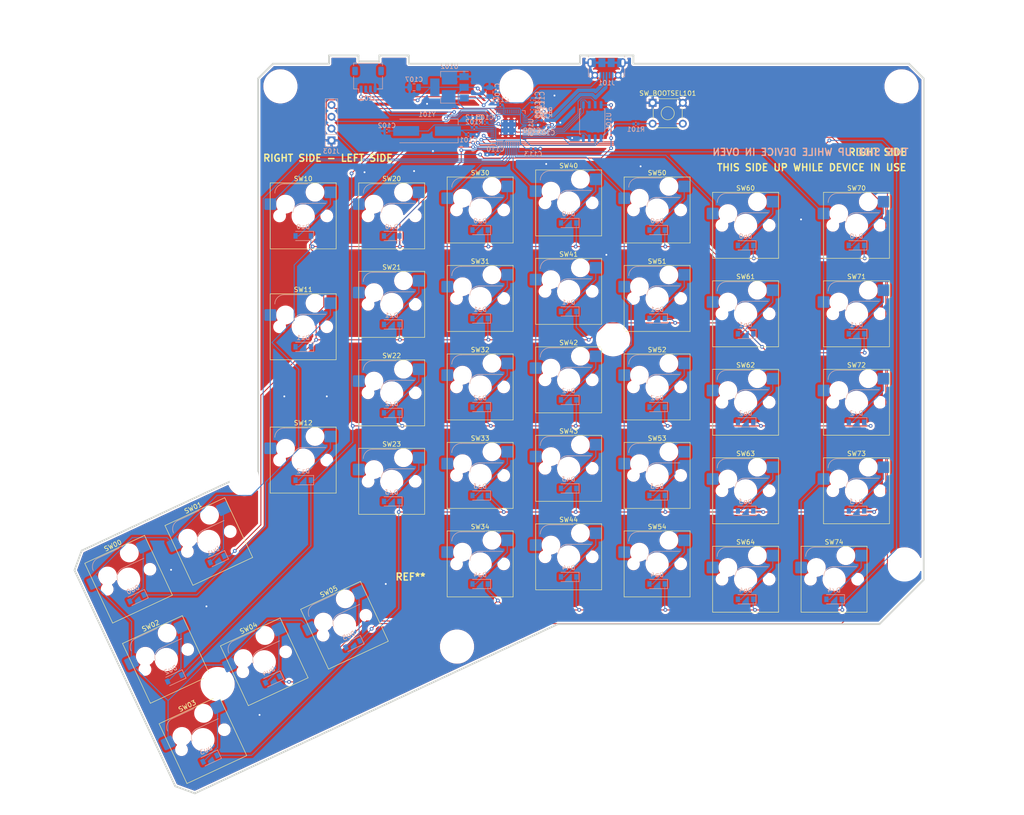
<source format=kicad_pcb>
(kicad_pcb (version 20211014) (generator pcbnew)
  (layers (0 "F.Cu" signal) (31 "B.Cu" signal) (34 "B.Paste" user) (35 "F.Paste" user) (36 "B.SilkS" user "B.Silkscreen") (37 "F.SilkS" user "F.Silkscreen") (38 "B.Mask" user) (39 "F.Mask" user) (44 "Edge.Cuts" user))
  (net 0 "")
  (net 1 "/COL0")
  (net 2 "/COL1")
  (net 3 "/COL2")
  (net 4 "/COL3")
  (net 5 "/COL4")
  (net 6 "/COL5")
  (net 7 "Net-(D10-Pad2)")
  (net 8 "Net-(D31-Pad2)")
  (net 9 "Net-(D32-Pad2)")
  (net 10 "Net-(D33-Pad2)")
  (net 11 "Net-(D34-Pad2)")
  (net 12 "/ROW0")
  (net 13 "/ROW1")
  (net 14 "/ROW2")
  (net 15 "/ROW3")
  (net 16 "/ROW4")
  (net 17 "/ROW5")
  (net 18 "/ROW6")
  (net 19 "/ROW7")
  (net 20 "Net-(D00-Pad2)")
  (net 21 "Net-(D01-Pad2)")
  (net 22 "Net-(D02-Pad2)")
  (net 23 "Net-(D03-Pad2)")
  (net 24 "Net-(D04-Pad2)")
  (net 25 "Net-(D05-Pad2)")
  (net 26 "Net-(D11-Pad2)")
  (net 27 "Net-(D12-Pad2)")
  (net 28 "Net-(D20-Pad2)")
  (net 29 "Net-(D21-Pad2)")
  (net 30 "Net-(D22-Pad2)")
  (net 31 "Net-(D23-Pad2)")
  (net 32 "Net-(D30-Pad2)")
  (net 33 "Net-(D40-Pad2)")
  (net 34 "Net-(D41-Pad2)")
  (net 35 "Net-(D42-Pad2)")
  (net 36 "Net-(D43-Pad2)")
  (net 37 "Net-(D44-Pad2)")
  (net 38 "Net-(D50-Pad2)")
  (net 39 "Net-(D51-Pad2)")
  (net 40 "Net-(D52-Pad2)")
  (net 41 "Net-(D53-Pad2)")
  (net 42 "Net-(D54-Pad2)")
  (net 43 "Net-(D60-Pad2)")
  (net 44 "Net-(D61-Pad2)")
  (net 45 "Net-(D62-Pad2)")
  (net 46 "Net-(D63-Pad2)")
  (net 47 "Net-(D64-Pad2)")
  (net 48 "Net-(D70-Pad2)")
  (net 49 "Net-(D71-Pad2)")
  (net 50 "Net-(D72-Pad2)")
  (net 51 "Net-(D73-Pad2)")
  (net 52 "Net-(D74-Pad2)")
  (net 53 "Net-(C101-Pad1)")
  (net 54 "GND")
  (net 55 "Net-(C102-Pad1)")
  (net 56 "+1V1")
  (net 57 "+5V")
  (net 58 "+3V3")
  (net 59 "/D-")
  (net 60 "/D+")
  (net 62 "/UART_RX")
  (net 63 "/UART_TX")
  (net 64 "Net-(J103-Pad3)")
  (net 65 "Net-(J103-Pad4)")
  (net 66 "Net-(R101-Pad1)")
  (net 67 "Net-(R101-Pad2)")
  (net 68 "Net-(R102-Pad1)")
  (net 69 "Net-(R103-Pad2)")
  (net 70 "Net-(R104-Pad2)")
  (net 71 "Net-(U101-Pad2)")
  (net 72 "Net-(U101-Pad3)")
  (net 73 "Net-(U101-Pad5)")
  (net 74 "Net-(U101-Pad6)")
  (net 75 "Net-(U101-Pad7)")
  (net 76 "/COL6")
  (net 77 "/COL7")
  (footprint "Switch_Keyboard_Hotswap_Kailh:SW_Hotswap_Kailh_MX_1.00u" (layer "F.Cu") (at 199.136 146.05)
    (fp_text reference "SW74")
    (fp_text value "SW_Push")
  )
  (footprint "Switch_Keyboard_Hotswap_Kailh:SW_Hotswap_Kailh_MX_1.50u" (layer "F.Cu") (at 203.962 127)
    (fp_text reference "SW73")
    (fp_text value "SW_Push")
  )
  (footprint "Switch_Keyboard_Hotswap_Kailh:SW_Hotswap_Kailh_MX_1.00u" (layer "F.Cu") (at 122.936 104.648)
    (fp_text reference "SW32")
    (fp_text value "SW_Push")
  )
  (footprint "Switch_Keyboard_Hotswap_Kailh:SW_Hotswap_Kailh_MX_1.00u" (layer "F.Cu") (at 180.086 146.05)
    (fp_text reference "SW64")
    (fp_text value "SW_Push")
  )
  (footprint "Switch_Keyboard_Hotswap_Kailh:SW_Hotswap_Kailh_MX_1.00u" (layer "F.Cu") (at 63.246 180.594 25)
    (fp_text reference "SW03")
    (fp_text value "SW_Push")
  )
  (footprint "Switch_Keyboard_Hotswap_Kailh:SW_Hotswap_Kailh_MX_1.00u" (layer "F.Cu") (at 64.516 137.922 25)
    (fp_text reference "SW01")
    (fp_text value "SW_Push")
  )
  (footprint "Switch_Keyboard_Hotswap_Kailh:SW_Hotswap_Kailh_MX_1.00u" (layer "F.Cu") (at 103.886 124.968)
    (fp_text reference "SW23")
    (fp_text value "SW_Push")
  )
  (footprint "Switch_Keyboard_Hotswap_Kailh:SW_Hotswap_Kailh_MX_1.00u" (layer "F.Cu") (at 55.372 163.322 25)
    (fp_text reference "SW02")
    (fp_text value "SW_Push")
  )
  (footprint "Switch_Keyboard_Hotswap_Kailh:SW_Hotswap_Kailh_MX_1.00u" (layer "F.Cu") (at 141.986 65.024)
    (fp_text reference "SW40")
    (fp_text value "SW_Push")
  )
  (footprint "Switch_Keyboard_Hotswap_Kailh:SW_Hotswap_Kailh_MX_1.00u" (layer "F.Cu") (at 122.936 123.698)
    (fp_text reference "SW33")
    (fp_text value "SW_Push")
  )
  (footprint "Switch_Keyboard_Hotswap_Kailh:SW_Hotswap_Kailh_MX_1.00u" (layer "F.Cu") (at 161.036 85.598)
    (fp_text reference "SW51")
    (fp_text value "SW_Push")
  )
  (footprint "Switch_Keyboard_Hotswap_Kailh:SW_Hotswap_Kailh_MX_1.50u" (layer "F.Cu") (at 203.962 69.85)
    (fp_text reference "SW70")
    (fp_text value "SW_Push")
  )
  (footprint "Switch_Keyboard_Hotswap_Kailh:SW_Hotswap_Kailh_MX_1.00u" (layer "F.Cu") (at 141.986 84.074)
    (fp_text reference "SW41")
    (fp_text value "SW_Push")
  )
  (footprint "Switch_Keyboard_Hotswap_Kailh:SW_Hotswap_Kailh_MX_1.50u_90deg" (layer "F.Cu") (at 84.836 120.396)
    (fp_text reference "SW12")
    (fp_text value "SW_Push")
  )
  (footprint "Switch_Keyboard_Hotswap_Kailh:SW_Hotswap_Kailh_MX_1.00u" (layer "F.Cu") (at 47.244 146.05 25)
    (fp_text reference "SW00")
    (fp_text value "SW_Push")
  )
  (footprint "Switch_Keyboard_Hotswap_Kailh:SW_Hotswap_Kailh_MX_1.00u" (layer "F.Cu") (at 141.986 103.124)
    (fp_text reference "SW42")
    (fp_text value "SW_Push")
  )
  (footprint "ErgoDOXmech" (layer "F.Cu") (at 63.3222 180.594)
    (fp_text reference "H99" hide)
    (fp_text value "MECHANICAL" hide)
  )
  (footprint "Switch_Keyboard_Hotswap_Kailh:SW_Hotswap_Kailh_MX_1.50u" (layer "F.Cu") (at 203.962 107.95)
    (fp_text reference "SW72")
    (fp_text value "SW_Push")
  )
  (footprint "Switch_Keyboard_Hotswap_Kailh:SW_Hotswap_Kailh_MX_1.00u" (layer "F.Cu") (at 161.036 123.698)
    (fp_text reference "SW53")
    (fp_text value "SW_Push")
  )
  (footprint "Switch_Keyboard_Hotswap_Kailh:SW_Hotswap_Kailh_MX_1.00u" (layer "F.Cu") (at 180.086 69.85)
    (fp_text reference "SW60")
    (fp_text value "SW_Push")
  )
  (footprint "Switch_Keyboard_Hotswap_Kailh:SW_Hotswap_Kailh_MX_1.00u" (layer "F.Cu") (at 122.936 142.748)
    (fp_text reference "SW34")
    (fp_text value "SW_Push")
  )
  (footprint "Switch_Keyboard_Hotswap_Kailh:SW_Hotswap_Kailh_MX_1.00u" (layer "F.Cu") (at 180.086 127)
    (fp_text reference "SW63")
    (fp_text value "SW_Push")
  )
  (footprint "Button_Switch_THT:SW_TH_Tactile_Omron_B3F-10xx" (layer "F.Cu") (at 160.072 43.47)
    (fp_text reference "SW_BOOTSEL101")
    (fp_text value "SW_SPST")
  )
  (footprint "Switch_Keyboard_Hotswap_Kailh:SW_Hotswap_Kailh_MX_1.00u" (layer "F.Cu") (at 161.036 104.648)
    (fp_text reference "SW52")
    (fp_text value "SW_Push")
  )
  (footprint "Switch_Keyboard_Hotswap_Kailh:SW_Hotswap_Kailh_MX_1.00u" (layer "F.Cu") (at 161.036 142.748)
    (fp_text reference "SW54")
    (fp_text value "SW_Push")
  )
  (footprint "Switch_Keyboard_Hotswap_Kailh:SW_Hotswap_Kailh_MX_1.50u" (layer "F.Cu") (at 203.962 88.9)
    (fp_text reference "SW71")
    (fp_text value "SW_Push")
  )
  (footprint "Switch_Keyboard_Hotswap_Kailh:SW_Hotswap_Kailh_MX_1.00u" (layer "F.Cu") (at 161.036 66.548)
    (fp_text reference "SW50")
    (fp_text value "SW_Push")
  )
  (footprint "Switch_Keyboard_Hotswap_Kailh:SW_Hotswap_Kailh_MX_1.00u" (layer "F.Cu") (at 103.886 86.868)
    (fp_text reference "SW21")
    (fp_text value "SW_Push")
  )
  (footprint "Switch_Keyboard_Hotswap_Kailh:SW_Hotswap_Kailh_MX_1.00u" (layer "F.Cu") (at 122.936 85.598)
    (fp_text reference "SW31")
    (fp_text value "SW_Push")
  )
  (footprint "Switch_Keyboard_Hotswap_Kailh:SW_Hotswap_Kailh_MX_1.00u" (layer "F.Cu") (at 180.086 107.95)
    (fp_text reference "SW62")
    (fp_text value "SW_Push")
  )
  (footprint "Switch_Keyboard_Hotswap_Kailh:SW_Hotswap_Kailh_MX_1.00u" (layer "F.Cu") (at 180.086 88.9)
    (fp_text reference "SW61")
    (fp_text value "SW_Push")
  )
  (footprint "Switch_Keyboard_Hotswap_Kailh:SW_Hotswap_Kailh_MX_1.00u" (layer "F.Cu") (at 141.986 141.224)
    (fp_text reference "SW44")
    (fp_text value "SW_Push")
  )
  (footprint "Switch_Keyboard_Hotswap_Kailh:SW_Hotswap_Kailh_MX_1.00u" (layer "F.Cu") (at 141.986 122.174)
    (fp_text reference "SW43")
    (fp_text value "SW_Push")
  )
  (footprint "Switch_Keyboard_Hotswap_Kailh:SW_Hotswap_Kailh_MX_1.50u_90deg" (layer "F.Cu") (at 84.836 91.694)
    (fp_text reference "SW11")
    (fp_text value "SW_Push")
  )
  (footprint "Switch_Keyboard_Hotswap_Kailh:SW_Hotswap_Kailh_MX_2.00u_90deg" (layer "F.Cu") (at 93.726 155.956 25)
    (fp_text reference "SW05")
    (fp_text value "SW_Push")
  )
  (footprint "Switch_Keyboard_Hotswap_Kailh:SW_Hotswap_Kailh_MX_1.00u" (layer "F.Cu") (at 103.886 67.818)
    (fp_text reference "SW20")
    (fp_text value "SW_Push")
  )
  (footprint "Switch_Keyboard_Hotswap_Kailh:SW_Hotswap_Kailh_MX_1.00u" (layer "F.Cu") (at 103.886 105.918)
    (fp_text reference "SW22")
    (fp_text value "SW_Push")
  )
  (footprint "Switch_Keyboard_Hotswap_Kailh:SW_Hotswap_Kailh_MX_1.00u" (layer "F.Cu") (at 122.936 66.548)
    (fp_text reference "SW30")
    (fp_text value "SW_Push")
  )
  (footprint "Switch_Keyboard_Hotswap_Kailh:SW_Hotswap_Kailh_MX_1.00u" (layer "F.Cu") (at 84.836 67.818)
    (fp_text reference "SW10")
    (fp_text value "SW_Push")
  )
  (footprint "Switch_Keyboard_Hotswap_Kailh:SW_Hotswap_Kailh_MX_2.00u_90deg" (layer "F.Cu") (at 76.454 163.83 25)
    (fp_text reference "SW04")
    (fp_text value "SW_Push")
  )
  (footprint "Capacitor_SMD:C_0402_1005Metric" (layer "B.Cu") (at 136.652 47.244 180)
    (fp_text reference "R103")
    (fp_text value "27")
  )
  (footprint "Diode_SMD:D_SOD-123" (layer "B.Cu") (at 78.232 167.64 -155)
    (fp_text reference "D04")
    (fp_text value "1N4148W")
  )
  (footprint "Capacitor_SMD:C_0402_1005Metric" (layer "B.Cu") (at 134.112 48.26)
    (fp_text reference "C109")
    (fp_text value "100n")
  )
  (footprint "Diode_SMD:D_SOD-123" (layer "B.Cu") (at 95.504 160.02 -155)
    (fp_text reference "D05")
    (fp_text value "1N4148W")
  )
  (footprint "Capacitor_SMD:C_0402_1005Metric" (layer "B.Cu") (at 136.652 46.228 180)
    (fp_text reference "R104")
    (fp_text value "27")
  )
  (footprint "Capacitor_SMD:C_0805_2012Metric" (layer "B.Cu") (at 124.968 41.148 90)
    (fp_text reference "C104")
    (fp_text value "10u")
  )
  (footprint "Diode_SMD:D_SOD-123" (layer "B.Cu") (at 180.086 131.318 180)
    (fp_text reference "D63")
    (fp_text value "1N4148W")
  )
  (footprint "Diode_SMD:D_SOD-123" (layer "B.Cu") (at 122.936 70.866 180)
    (fp_text reference "D30")
    (fp_text value "1N4148W")
  )
  (footprint "Capacitor_SMD:C_0402_1005Metric" (layer "B.Cu") (at 156.464 48.006)
    (fp_text reference "R101")
    (fp_text value "1k")
  )
  (footprint "Diode_SMD:D_SOD-123" (layer "B.Cu") (at 103.886 91.186 180)
    (fp_text reference "D21")
    (fp_text value "1N4148W")
  )
  (footprint "Diode_SMD:D_SOD-123" (layer "B.Cu") (at 64.77 184.658 -155)
    (fp_text reference "D03")
    (fp_text value "1N4148W")
  )
  (footprint "Diode_SMD:D_SOD-123" (layer "B.Cu") (at 141.986 145.542 180)
    (fp_text reference "D44")
    (fp_text value "1N4148W")
  )
  (footprint "Diode_SMD:D_SOD-123" (layer "B.Cu") (at 103.886 110.236 180)
    (fp_text reference "D22")
    (fp_text value "1N4148W")
  )
  (footprint "Diode_SMD:D_SOD-123" (layer "B.Cu") (at 161.036 89.916 180)
    (fp_text reference "D51")
    (fp_text value "1N4148W")
  )
  (footprint "Diode_SMD:D_SOD-123" (layer "B.Cu") (at 203.962 93.218 180)
    (fp_text reference "D71")
    (fp_text value "1N4148W")
  )
  (footprint "Diode_SMD:D_SOD-123" (layer "B.Cu") (at 141.986 126.492 180)
    (fp_text reference "D43")
    (fp_text value "1N4148W")
  )
  (footprint "Diode_SMD:D_SOD-123" (layer "B.Cu") (at 122.936 147.066 180)
    (fp_text reference "D34")
    (fp_text value "1N4148W")
  )
  (footprint "Diode_SMD:D_SOD-123" (layer "B.Cu") (at 84.836 124.714 180)
    (fp_text reference "D12")
    (fp_text value "1N4148W")
  )
  (footprint "Connector_USB:USB_Micro-B_Molex-105017-0001" (layer "B.Cu") (at 150.15 36.068)
    (fp_text reference "J101")
    (fp_text value "USB_B_Micro")
  )
  (footprint "Diode_SMD:D_SOD-123" (layer "B.Cu") (at 180.086 112.268 180)
    (fp_text reference "D62")
    (fp_text value "1N4148W")
  )
  (footprint "Diode_SMD:D_SOD-123" (layer "B.Cu") (at 203.962 112.268 180)
    (fp_text reference "D72")
    (fp_text value "1N4148W")
  )
  (footprint "Diode_SMD:D_SOD-123" (layer "B.Cu") (at 203.962 131.318 180)
    (fp_text reference "D73")
    (fp_text value "1N4148W")
  )
  (footprint "Diode_SMD:D_SOD-123" (layer "B.Cu") (at 49.022 150.114 -155)
    (fp_text reference "D00")
    (fp_text value "1N4148W")
  )
  (footprint "RP2040:RP2040-QFN-56" (layer "B.Cu") (at 129.032 48.768 90)
    (fp_text reference "U103")
    (fp_text value "RP2040")
  )
  (footprint "Diode_SMD:D_SOD-123" (layer "B.Cu") (at 57.15 167.386 -155)
    (fp_text reference "D02")
    (fp_text value "1N4148W")
  )
  (footprint "Diode_SMD:D_SOD-123" (layer "B.Cu") (at 122.936 89.916 180)
    (fp_text reference "D31")
    (fp_text value "1N4148W")
  )
  (footprint "Connector_Molex:Molex_Pico-Clasp_202396-0407_1x04-1MP_P1.00mm_Horizontal" (layer "B.Cu") (at 98.806 38.495)
    (fp_text reference "J102")
    (fp_text value "AudioJack4")
  )
  (footprint "Diode_SMD:D_SOD-123" (layer "B.Cu") (at 122.936 128.016 180)
    (fp_text reference "D33")
    (fp_text value "1N4148W")
  )
  (footprint "Diode_SMD:D_SOD-123" (layer "B.Cu") (at 161.036 147.066 180)
    (fp_text reference "D54")
    (fp_text value "1N4148W")
  )
  (footprint "Capacitor_SMD:C_0402_1005Metric" (layer "B.Cu") (at 121.666 48.768 180)
    (fp_text reference "R102")
    (fp_text value "1k")
  )
  (footprint "Diode_SMD:D_SOD-123" (layer "B.Cu") (at 141.986 69.342 180)
    (fp_text reference "D40")
    (fp_text value "1N4148W")
  )
  (footprint "Diode_SMD:D_SOD-123" (layer "B.Cu") (at 180.086 150.368 180)
    (fp_text reference "D64")
    (fp_text value "1N4148W")
  )
  (footprint "Diode_SMD:D_SOD-123" (layer "B.Cu") (at 161.036 128.016 180)
    (fp_text reference "D53")
    (fp_text value "1N4148W")
  )
  (footprint "Capacitor_SMD:C_0402_1005Metric" (layer "B.Cu") (at 134.112 44.958 90)
    (fp_text reference "C108")
    (fp_text value "1u")
  )
  (footprint "Diode_SMD:D_SOD-123" (layer "B.Cu") (at 180.086 93.218 180)
    (fp_text reference "D61")
    (fp_text value "1N4148W")
  )
  (footprint "Package_SO:SOIC-8_5.23x5.23mm_P1.27mm" (layer "B.Cu") (at 147.066 47.498 90)
    (fp_text reference "U101")
    (fp_text value "W25Q128JVS")
  )
  (footprint "Diode_SMD:D_SOD-123" (layer "B.Cu") (at 180.086 74.168 180)
    (fp_text reference "D60")
    (fp_text value "1N4148W")
  )
  (footprint "Diode_SMD:D_SOD-123" (layer "B.Cu") (at 66.294 141.732 -155)
    (fp_text reference "D01")
    (fp_text value "1N4148W")
  )
  (footprint "Diode_SMD:D_SOD-123" (layer "B.Cu") (at 199.136 150.368 180)
    (fp_text reference "D74")
    (fp_text value "1N4148W")
  )
  (footprint "Capacitor_SMD:C_0402_1005Metric" (layer "B.Cu") (at 121.666 47.752 180)
    (fp_text reference "C112")
    (fp_text value "100n")
  )
  (footprint "Capacitor_SMD:C_0402_1005Metric" (layer "B.Cu") (at 134.112 42.926 90)
    (fp_text reference "C114")
    (fp_text value "100n")
  )
  (footprint "Diode_SMD:D_SOD-123" (layer "B.Cu") (at 203.962 74.168 180)
    (fp_text reference "D70")
    (fp_text value "1N4148W")
  )
  (footprint "Diode_SMD:D_SOD-123" (layer "B.Cu") (at 122.936 108.966 180)
    (fp_text reference "D32")
    (fp_text value "1N4148W")
  )
  (footprint "Capacitor_SMD:C_0805_2012Metric" (layer "B.Cu") (at 108.712 40.132 180)
    (fp_text reference "C107")
    (fp_text value "10u")
  )
  (footprint "Connector_PinHeader_2.54mm:PinHeader_1x04_P2.54mm_Vertical" (layer "B.Cu") (at 90.932 51.562)
    (fp_text reference "J103")
    (fp_text value "Conn_01x04_Female")
  )
  (footprint "Capacitor_SMD:C_0402_1005Metric" (layer "B.Cu") (at 102.842 49.53 180)
    (fp_text reference "C102")
    (fp_text value "27p")
  )
  (footprint "Capacitor_SMD:C_0402_1005Metric" (layer "B.Cu") (at 127.254 43.942 180)
    (fp_text reference "C111")
    (fp_text value "100n")
  )
  (footprint "Package_TO_SOT_SMD:SOT-223-3_TabPin2" (layer "B.Cu") (at 116.332 40.132 180)
    (fp_text reference "U102")
    (fp_text value "NCP1117-3.3_SOT223")
  )
  (footprint "Capacitor_SMD:C_0402_1005Metric" (layer "B.Cu") (at 126.238 54.61 180)
    (fp_text reference "C110")
    (fp_text value "100n")
  )
  (footprint "Capacitor_SMD:C_0402_1005Metric" (layer "B.Cu") (at 123.952 47.752 180)
    (fp_text reference "C105")
    (fp_text value "100n")
  )
  (footprint "Diode_SMD:D_SOD-123" (layer "B.Cu") (at 84.836 72.136 180)
    (fp_text reference "D10")
    (fp_text value "1N4148W")
  )
  (footprint "Diode_SMD:D_SOD-123" (layer "B.Cu") (at 141.986 88.392 180)
    (fp_text reference "D41")
    (fp_text value "1N4148W")
  )
  (footprint "RP2040:Crystal_SMD_HC49-US" (layer "B.Cu") (at 111.506 49.53 180)
    (fp_text reference "Y101")
    (fp_text value "ABLS-12.000MHZ-B4-T")
  )
  (footprint "Diode_SMD:D_SOD-123" (layer "B.Cu") (at 141.986 107.442 180)
    (fp_text reference "D42")
    (fp_text value "1N4148W")
  )
  (footprint "Diode_SMD:D_SOD-123" (layer "B.Cu") (at 161.036 108.966 180)
    (fp_text reference "D52")
    (fp_text value "1N4148W")
  )
  (footprint "Capacitor_SMD:C_0402_1005Metric" (layer "B.Cu") (at 137.16 48.768)
    (fp_text reference "C103")
    (fp_text value "100n")
  )
  (footprint "Diode_SMD:D_SOD-123" (layer "B.Cu") (at 103.886 72.136 180)
    (fp_text reference "D20")
    (fp_text value "1N4148W")
  )
  (footprint "Capacitor_SMD:C_0402_1005Metric" (layer "B.Cu") (at 135.128 44.958 90)
    (fp_text reference "C106")
    (fp_text value "1u")
  )
  (footprint "Diode_SMD:D_SOD-123" (layer "B.Cu") (at 84.836 96.012 180)
    (fp_text reference "D11")
    (fp_text value "1N4148W")
  )
  (footprint "Capacitor_SMD:C_0402_1005Metric" (layer "B.Cu") (at 135.128 42.926 90)
    (fp_text reference "C115")
    (fp_text value "100n")
  )
  (footprint "Capacitor_SMD:C_0402_1005Metric" (layer "B.Cu") (at 120.396 50.292)
    (fp_text reference "C101")
    (fp_text value "27p")
  )
  (footprint "Diode_SMD:D_SOD-123" (layer "B.Cu") (at 103.886 129.286 180)
    (fp_text reference "D23")
    (fp_text value "1N4148W")
  )
  (footprint "Capacitor_SMD:C_0402_1005Metric" (layer "B.Cu") (at 134.366 53.34)
    (fp_text reference "C113")
    (fp_text value "100n")
  )
  (footprint "Diode_SMD:D_SOD-123" (layer "B.Cu") (at 161.036 70.866 180)
    (fp_text reference "D50")
    (fp_text value "1N4148W")
  )
  (gr_line (start 208.915 155.702) (end 218.44 146.177) (layer "Edge.Cuts") (width 0.381))
  (gr_line (start 96.7359 34.544) (end 96.7359 33.274) (layer "Edge.Cuts") (width 0.381))
  (gr_line (start 75.1332 124.46) (end 70.231 124.46) (layer "Edge.Cuts") (width 0.381))
  (gr_line (start 90.3986 35.052) (end 78.3336 35.052) (layer "Edge.Cuts") (width 0.381))
  (gr_line (start 70.231 124.46) (end 37.13988 139.8905) (layer "Edge.Cuts") (width 0.381))
  (gr_line (start 78.3336 35.052) (end 75.1332 38.227) (layer "Edge.Cuts") (width 0.381))
  (gr_line (start 57.28716 190.61176) (end 61.5061 192.14592) (layer "Edge.Cuts") (width 0.381))
  (gr_line (start 139.6746 155.702) (end 208.915 155.702) (layer "Edge.Cuts") (width 0.381))
  (gr_line (start 37.13988 139.8905) (end 35.60318 144.10944) (layer "Edge.Cuts") (width 0.381))
  (gr_line (start 107.569 33.274) (end 101.2317 33.274) (layer "Edge.Cuts") (width 0.381))
  (gr_line (start 107.569 35.052) (end 107.569 33.274) (layer "Edge.Cuts") (width 0.381))
  (gr_line (start 90.3986 33.274) (end 90.3986 35.052) (layer "Edge.Cuts") (width 0.381))
  (gr_line (start 218.44 146.177) (end 218.44 38.227) (layer "Edge.Cuts") (width 0.381))
  (gr_line (start 155.9306 33.274) (end 144.4244 33.274) (layer "Edge.Cuts") (width 0.381))
  (gr_line (start 61.5061 192.14592) (end 139.6746 155.702) (layer "Edge.Cuts") (width 0.381))
  (gr_line (start 35.60318 144.10944) (end 57.28716 190.61176) (layer "Edge.Cuts") (width 0.381))
  (gr_line (start 96.7359 33.274) (end 90.3986 33.274) (layer "Edge.Cuts") (width 0.381))
  (gr_line (start 101.2317 33.274) (end 101.2317 34.544) (layer "Edge.Cuts") (width 0.381))
  (gr_line (start 144.4244 33.274) (end 144.4244 35.052) (layer "Edge.Cuts") (width 0.381))
  (gr_line (start 155.9306 35.052) (end 155.9306 33.274) (layer "Edge.Cuts") (width 0.381))
  (gr_line (start 218.44 38.227) (end 215.265 35.052) (layer "Edge.Cuts") (width 0.381))
  (gr_line (start 75.1332 38.227) (end 75.1332 124.46) (layer "Edge.Cuts") (width 0.381))
  (gr_line (start 144.4244 35.052) (end 107.569 35.052) (layer "Edge.Cuts") (width 0.381))
  (gr_line (start 101.2317 34.544) (end 96.7359 34.544) (layer "Edge.Cuts") (width 0.381))
  (gr_line (start 215.265 35.052) (end 155.9306 35.052) (layer "Edge.Cuts") (width 0.381))
  (gr_text "F.Cu is silkscreen right" (at 192.024 39.878) (layer "F.Cu") (effects (font (size 1.5 1.5) (thickness 0.3))))
  (gr_text "THIS SIDE UP WHILE DEVICE IN OVEN" (at 194.056 54.102) (layer "B.SilkS") (effects (font (size 1.5 1.5) (thickness 0.3)) (justify mirror)))
  (gr_text "RIGHT SIDE - LEFT SIDE" (at 90.17 55.372) (layer "F.SilkS") (effects (font (size 1.5 1.5) (thickness 0.3))))
  (gr_text "REF**" (at 107.95 145.542) (layer "F.SilkS") (effects (font (size 1.5 1.5) (thickness 0.3))))
  (gr_text "THIS SIDE UP WHILE DEVICE IN USE" (at 194.31 57.404) (layer "F.SilkS") (effects (font (size 1.5 1.5) (thickness 0.3))))
  (gr_text "RIGHT SIDE" (at 208.534 54.102) (layer "F.SilkS") (effects (font (size 1.5 1.5) (thickness 0.3))))
  (segment (start 118.872 53.658097) (end 118.872 56.180265) (width 0.2) (layer "F.Cu") (net 1))
  (segment (start 162.814 74.422) (end 171.958 74.422) (width 0.2) (layer "F.Cu") (net 1))
  (segment (start 181.864 76.962) (end 205.74 76.962) (width 0.2) (layer "F.Cu") (net 1))
  (segment (start 105.664 74.422) (end 124.714 74.422) (width 0.2) (layer "F.Cu") (net 1))
  (segment (start 118.872 56.180265) (end 105.664 69.388265) (width 0.2) (layer "F.Cu") (net 1))
  (segment (start 174.498 76.962) (end 181.864 76.962) (width 0.2) (layer "F.Cu") (net 1))
  (segment (start 105.664 69.388265) (end 105.664 74.422) (width 0.2) (layer "F.Cu") (net 1))
  (segment (start 86.868 74.422) (end 105.664 74.422) (width 0.2) (layer "F.Cu") (net 1))
  (segment (start 124.714 74.422) (end 143.51 74.422) (width 0.2) (layer "F.Cu") (net 1))
  (segment (start 143.51 74.422) (end 162.814 74.422) (width 0.2) (layer "F.Cu") (net 1))
  (segment (start 171.958 74.422) (end 174.498 76.962) (width 0.2) (layer "F.Cu") (net 1))
  (via (at 86.868 74.422) (size 0.8) (drill 0.4) (layers "F.Cu" "B.Cu") (net 1))
  (via (at 181.864 76.962) (size 0.8) (drill 0.4) (layers "F.Cu" "B.Cu") (net 1))
  (via (at 143.51 74.422) (size 0.8) (drill 0.4) (layers "F.Cu" "B.Cu") (net 1))
  (via (at 162.814 74.422) (size 0.8) (drill 0.4) (layers "F.Cu" "B.Cu") (net 1))
  (via (at 124.714 74.422) (size 0.8) (drill 0.4) (layers "F.Cu" "B.Cu") (net 1))
  (via (at 118.872 53.658097) (size 0.8) (drill 0.4) (layers "F.Cu" "B.Cu") (net 1))
  (via (at 205.74 76.962) (size 0.8) (drill 0.4) (layers "F.Cu" "B.Cu") (net 1))
  (via (at 105.664 74.422) (size 0.8) (drill 0.4) (layers "F.Cu" "B.Cu") (net 1))
  (segment (start 181.736 74.168) (end 181.736 76.834) (width 0.2) (layer "B.Cu") (net 1))
  (segment (start 86.486 74.04) (end 86.868 74.422) (width 0.2) (layer "B.Cu") (net 1))
  (segment (start 82.900521 90.281214) (end 78.10292 95.078815) (width 0.2) (layer "B.Cu") (net 1))
  (segment (start 83.862795 118.02094) (end 76.708 125.175735) (width 0.2) (layer "B.Cu") (net 1))
  (segment (start 105.536 74.294) (end 105.664 74.422) (width 0.2) (layer "B.Cu") (net 1))
  (segment (start 83.862795 100.83869) (end 83.862795 118.02094) (width 0.2) (layer "B.Cu") (net 1))
  (segment (start 125.902481 53.53584) (end 125.965401 53.59876) (width 0.2) (layer "B.Cu") (net 1))
  (segment (start 118.872 53.658097) (end 121.682042 53.658097) (width 0.2) (layer "B.Cu") (net 1))
  (segment (start 76.708 134.62) (end 61.91132 149.41668) (width 0.2) (layer "B.Cu") (net 1))
  (segment (start 162.686 74.294) (end 162.814 74.422) (width 0.2) (layer "B.Cu") (net 1))
  (segment (start 121.682042 53.658097) (end 121.804299 53.53584) (width 0.2) (layer "B.Cu") (net 1))
  (segment (start 205.612 76.834) (end 205.612 74.168) (width 0.2) (layer "B.Cu") (net 1))
  (segment (start 127.632 53.22631) (end 127.632 52.2055) (width 0.2) (layer "B.Cu") (net 1))
  (segment (start 127.25955 53.59876) (end 127.632 53.22631) (width 0.2) (layer "B.Cu") (net 1))
  (segment (start 124.586 70.866) (end 124.586 74.294) (width 0.2) (layer "B.Cu") (net 1))
  (segment (start 86.868 74.422) (end 82.900521 78.389479) (width 0.2) (layer "B.Cu") (net 1))
  (segment (start 121.804299 53.53584) (end 125.902481 53.53584) (width 0.2) (layer "B.Cu") (net 1))
  (segment (start 181.736 76.834) (end 181.864 76.962) (width 0.2) (layer "B.Cu") (net 1))
  (segment (start 143.636 69.342) (end 143.636 74.296) (width 0.2) (layer "B.Cu") (net 1))
  (segment (start 76.708 125.175735) (end 76.708 134.62) (width 0.2) (layer "B.Cu") (net 1))
  (segment (start 82.900521 78.389479) (end 82.900521 90.281214) (width 0.2) (layer "B.Cu") (net 1))
  (segment (start 143.636 74.296) (end 143.51 74.422) (width 0.2) (layer "B.Cu") (net 1))
  (segment (start 124.586 74.294) (end 124.714 74.422) (width 0.2) (layer "B.Cu") (net 1))
  (segment (start 105.536 72.136) (end 105.536 74.294) (width 0.2) (layer "B.Cu") (net 1))
  (segment (start 205.74 76.962) (end 205.612 76.834) (width 0.2) (layer "B.Cu") (net 1))
  (segment (start 78.10292 95.078815) (end 83.862795 100.83869) (width 0.2) (layer "B.Cu") (net 1))
  (segment (start 125.965401 53.59876) (end 127.25955 53.59876) (width 0.2) (layer "B.Cu") (net 1))
  (segment (start 61.91132 149.41668) (end 50.517408 149.41668) (width 0.2) (layer "B.Cu") (net 1))
  (segment (start 86.486 72.136) (end 86.486 74.04) (width 0.2) (layer "B.Cu") (net 1))
  (segment (start 162.686 70.866) (end 162.686 74.294) (width 0.2) (layer "B.Cu") (net 1))
  (segment (start 146.457813 94.488) (end 150.096634 90.849179) (width 0.2) (layer "F.Cu") (net 2))
  (segment (start 87.63 94.488) (end 105.664 94.488) (width 0.2) (layer "F.Cu") (net 2))
  (segment (start 87.63 89.010974) (end 89.250521 87.390453) (width 0.2) (layer "F.Cu") (net 2))
  (segment (start 87.63 94.488) (end 87.63 89.010974) (width 0.2) (layer "F.Cu") (net 2))
  (segment (start 89.250521 87.390453) (end 89.250521 77.726463) (width 0.2) (layer "F.Cu") (net 2))
  (segment (start 124.714 94.488) (end 146.304 94.488) (width 0.2) (layer "F.Cu") (net 2))
  (segment (start 183.642 96.012) (end 184.912 97.282) (width 0.2) (layer "F.Cu") (net 2))
  (segment (start 75.724021 106.393979) (end 75.724021 134.333979) (width 0.2) (layer "F.Cu") (net 2))
  (segment (start 178.479179 90.849179) (end 183.642 96.012) (width 0.2) (layer "F.Cu") (net 2))
  (segment (start 184.912 97.282) (end 205.74 97.282) (width 0.2) (layer "F.Cu") (net 2))
  (segment (start 75.724021 134.333979) (end 70.104 139.954) (width 0.2) (layer "F.Cu") (net 2))
  (segment (start 164.928821 90.849179) (end 178.479179 90.849179) (width 0.2) (layer "F.Cu") (net 2))
  (segment (start 150.096634 90.849179) (end 164.928821 90.849179) (width 0.2) (layer "F.Cu") (net 2))
  (segment (start 89.250521 77.726463) (end 86.216089 74.692031) (width 0.2) (layer "F.Cu") (net 2))
  (segment (start 105.664 94.488) (end 124.714 94.488) (width 0.2) (layer "F.Cu") (net 2))
  (segment (start 86.216089 74.692031) (end 86.216089 74.057911) (width 0.2) (layer "F.Cu") (net 2))
  (segment (start 87.63 94.488) (end 75.724021 106.393979) (width 0.2) (layer "F.Cu") (net 2))
  (segment (start 86.216089 74.057911) (end 107.267803 53.006197) (width 0.2) (layer "F.Cu") (net 2))
  (segment (start 146.304 94.488) (end 146.457813 94.488) (width 0.2) (layer "F.Cu") (net 2))
  (segment (start 107.267803 53.006197) (end 121.412 53.006197) (width 0.2) (layer "F.Cu") (net 2))
  (via (at 164.928821 90.849179) (size 0.8) (drill 0.4) (layers "F.Cu" "B.Cu") (net 2))
  (via (at 70.104 139.954) (size 0.8) (drill 0.4) (layers "F.Cu" "B.Cu") (net 2))
  (via (at 121.412 53.006197) (size 0.8) (drill 0.4) (layers "F.Cu" "B.Cu") (net 2))
  (via (at 146.304 94.488) (size 0.8) (drill 0.4) (layers "F.Cu" "B.Cu") (net 2))
  (via (at 87.63 94.488) (size 0.8) (drill 0.4) (layers "F.Cu" "B.Cu") (net 2))
  (via (at 205.74 97.282) (size 0.8) (drill 0.4) (layers "F.Cu" "B.Cu") (net 2))
  (via (at 183.642 96.012) (size 0.8) (drill 0.4) (layers "F.Cu" "B.Cu") (net 2))
  (via (at 124.714 94.488) (size 0.8) (drill 0.4) (layers "F.Cu" "B.Cu") (net 2))
  (via (at 105.664 94.488) (size 0.8) (drill 0.4) (layers "F.Cu" "B.Cu") (net 2))
  (segment (start 86.486 95.632) (end 87.63 94.488) (width 0.2) (layer "B.Cu") (net 2))
  (segment (start 69.02332 141.03468) (end 67.789408 141.03468) (width 0.2) (layer "B.Cu") (net 2))
  (segment (start 121.589723 53.18392) (end 126.048251 53.18392) (width 0.2) (layer "B.Cu") (net 2))
  (segment (start 181.736 94.106) (end 181.736 93.218) (width 0.2) (layer "B.Cu") (net 2))
  (segment (start 163.995642 89.916) (end 162.686 89.916) (width 0.2) (layer "B.Cu") (net 2))
  (segment (start 126.048251 53.18392) (end 126.111171 53.24684) (width 0.2) (layer "B.Cu") (net 2))
  (segment (start 205.74 97.282) (end 205.612 97.154) (width 0.2) (layer "B.Cu") (net 2))
  (segment (start 70.104 139.954) (end 69.02332 141.03468) (width 0.2) (layer "B.Cu") (net 2))
  (segment (start 127.09316 53.24684) (end 127.232 53.108) (width 0.2) (layer "B.Cu") (net 2))
  (segment (start 205.612 97.154) (end 205.612 93.218) (width 0.2) (layer "B.Cu") (net 2))
  (segment (start 105.536 91.186) (end 105.536 94.36) (width 0.2) (layer "B.Cu") (net 2))
  (segment (start 127.232 53.108) (end 127.232 52.2055) (width 0.2) (layer "B.Cu") (net 2))
  (segment (start 164.928821 90.849179) (end 163.995642 89.916) (width 0.2) (layer "B.Cu") (net 2))
  (segment (start 143.636 88.392) (end 143.636 91.82) (width 0.2) (layer "B.Cu") (net 2))
  (segment (start 143.636 91.82) (end 146.304 94.488) (width 0.2) (layer "B.Cu") (net 2))
  (segment (start 183.642 96.012) (end 181.736 94.106) (width 0.2) (layer "B.Cu") (net 2))
  (segment (start 126.111171 53.24684) (end 127.09316 53.24684) (width 0.2) (layer "B.Cu") (net 2))
  (segment (start 121.412 53.006197) (end 121.589723 53.18392) (width 0.2) (layer "B.Cu") (net 2))
  (segment (start 124.586 89.916) (end 124.586 94.36) (width 0.2) (layer "B.Cu") (net 2))
  (segment (start 105.536 94.36) (end 105.664 94.488) (width 0.2) (layer "B.Cu") (net 2))
  (segment (start 124.586 94.36) (end 124.714 94.488) (width 0.2) (layer "B.Cu") (net 2))
  (segment (start 86.486 96.012) (end 86.486 95.632) (width 0.2) (layer "B.Cu") (net 2))
  (segment (start 95.504 113.03) (end 106.172 113.03) (width 0.2) (layer "F.Cu") (net 3))
  (segment (start 163.322 113.03) (end 183.388 113.03) (width 0.2) (layer "F.Cu") (net 3))
  (segment (start 125.222 113.03) (end 143.51 113.03) (width 0.2) (layer "F.Cu") (net 3))
  (segment (start 106.172 113.03) (end 125.222 113.03) (width 0.2) (layer "F.Cu") (net 3))
  (segment (start 101.869706 52.054294) (end 121.412 52.054294) (width 0.2) (layer "F.Cu") (net 3))
  (segment (start 143.51 113.03) (end 163.322 113.03) (width 0.2) (layer "F.Cu") (net 3))
  (segment (start 95.25 58.674) (end 101.869706 52.054294) (width 0.2) (layer "F.Cu") (net 3))
  (segment (start 183.388 113.03) (end 207.01 113.03) (width 0.2) (layer "F.Cu") (net 3))
  (via (at 106.172 113.03) (size 0.8) (drill 0.4) (layers "F.Cu" "B.Cu") (net 3))
  (via (at 163.322 113.03) (size 0.8) (drill 0.4) (layers "F.Cu" "B.Cu") (net 3))
  (via (at 207.01 113.03) (size 0.8) (drill 0.4) (layers "F.Cu" "B.Cu") (net 3))
  (via (at 95.504 113.03) (size 0.8) (drill 0.4) (layers "F.Cu" "B.Cu") (net 3))
  (via (at 121.412 52.054294) (size 0.8) (drill 0.4) (layers "F.Cu" "B.Cu") (net 3))
  (via (at 95.25 58.674) (size 0.8) (drill 0.4) (layers "F.Cu" "B.Cu") (net 3))
  (via (at 183.388 113.03) (size 0.8) (drill 0.4) (layers "F.Cu" "B.Cu") (net 3))
  (via (at 143.51 113.03) (size 0.8) (drill 0.4) (layers "F.Cu" "B.Cu") (net 3))
  (via (at 125.222 113.03) (size 0.8) (drill 0.4) (layers "F.Cu" "B.Cu") (net 3))
  (segment (start 124.586 112.394) (end 125.222 113.03) (width 0.2) (layer "B.Cu") (net 3))
  (segment (start 87.329735 124.714) (end 95.504 116.539735) (width 0.2) (layer "B.Cu") (net 3))
  (segment (start 86.486 124.714) (end 87.329735 124.714) (width 0.2) (layer "B.Cu") (net 3))
  (segment (start 95.27408 112.80008) (end 95.27408 58.69808) (width 0.2) (layer "B.Cu") (net 3))
  (segment (start 143.636 107.442) (end 143.636 112.904) (width 0.2) (layer "B.Cu") (net 3))
  (segment (start 207.01 113.03) (end 206.374 113.03) (width 0.2) (layer "B.Cu") (net 3))
  (segment (start 121.412 52.054294) (end 122.189706 52.832) (width 0.2) (layer "B.Cu") (net 3))
  (segment (start 181.736 112.268) (end 182.626 112.268) (width 0.2) (layer "B.Cu") (net 3))
  (segment (start 126.194021 52.832) (end 126.256941 52.89492) (width 0.2) (layer "B.Cu") (net 3))
  (segment (start 95.504 113.03) (end 95.27408 112.80008) (width 0.2) (layer "B.Cu") (net 3))
  (segment (start 162.686 108.966) (end 162.686 112.394) (width 0.2) (layer "B.Cu") (net 3))
  (segment (start 124.586 108.966) (end 124.586 112.394) (width 0.2) (layer "B.Cu") (net 3))
  (segment (start 206.374 113.03) (end 205.612 112.268) (width 0.2) (layer "B.Cu") (net 3))
  (segment (start 105.536 112.394) (end 106.172 113.03) (width 0.2) (layer "B.Cu") (net 3))
  (segment (start 162.686 112.394) (end 163.322 113.03) (width 0.2) (layer "B.Cu") (net 3))
  (segment (start 86.486 124.714) (end 86.486 138.848088) (width 0.2) (layer "B.Cu") (net 3))
  (segment (start 95.504 116.539735) (end 95.504 113.03) (width 0.2) (layer "B.Cu") (net 3))
  (segment (start 126.832 52.746) (end 126.832 52.2055) (width 0.2) (layer "B.Cu") (net 3))
  (segment (start 105.536 110.236) (end 105.536 112.394) (width 0.2) (layer "B.Cu") (net 3))
  (segment (start 95.27408 58.69808) (end 95.25 58.674) (width 0.2) (layer "B.Cu") (net 3))
  (segment (start 182.626 112.268) (end 183.388 113.03) (width 0.2) (layer "B.Cu") (net 3))
  (segment (start 126.68308 52.89492) (end 126.832 52.746) (width 0.2) (layer "B.Cu") (net 3))
  (segment (start 86.486 138.848088) (end 58.645408 166.68868) (width 0.2) (layer "B.Cu") (net 3))
  (segment (start 126.256941 52.89492) (end 126.68308 52.89492) (width 0.2) (layer "B.Cu") (net 3))
  (segment (start 122.189706 52.832) (end 126.194021 52.832) (width 0.2) (layer "B.Cu") (net 3))
  (segment (start 143.636 112.904) (end 143.51 113.03) (width 0.2) (layer "B.Cu") (net 3))
  (segment (start 128.016 131.572) (end 143.51 131.572) (width 0.2) (layer "F.Cu") (net 4))
  (segment (start 210.266521 129.077479) (end 210.266521 65.883547) (width 0.2) (layer "F.Cu") (net 4))
  (segment (start 210.266521 65.883547) (end 196.960974 52.578) (width 0.2) (layer "F.Cu") (net 4))
  (segment (start 207.772 131.572) (end 210.266521 129.077479) (width 0.2) (layer "F.Cu") (net 4))
  (segment (start 122.936 52.578) (end 122.428 52.07) (width 0.2) (layer "F.Cu") (net 4))
  (segment (start 162.814 131.572) (end 183.896 131.572) (width 0.2) (layer "F.Cu") (net 4))
  (segment (start 196.960974 52.578) (end 122.936 52.578) (width 0.2) (layer "F.Cu") (net 4))
  (segment (start 183.896 131.572) (end 207.772 131.572) (width 0.2) (layer "F.Cu") (net 4))
  (segment (start 143.51 131.572) (end 162.814 131.572) (width 0.2) (layer "F.Cu") (net 4))
  (segment (start 105.41 131.572) (end 128.016 131.572) (width 0.2) (layer "F.Cu") (net 4))
  (via (at 143.51 131.572) (size 0.8) (drill 0.4) (layers "F.Cu" "B.Cu") (net 4))
  (via (at 128.016 131.572) (size 0.8) (drill 0.4) (layers "F.Cu" "B.Cu") (net 4))
  (via (at 105.41 131.572) (size 0.8) (drill 0.4) (layers "F.Cu" "B.Cu") (net 4))
  (via (at 162.814 131.572) (size 0.8) (drill 0.4) (layers "F.Cu" "B.Cu") (net 4))
  (via (at 122.428 52.07) (size 0.8) (drill 0.4) (layers "F.Cu" "B.Cu") (net 4))
  (via (at 183.896 131.572) (size 0.8) (drill 0.4) (layers "F.Cu" "B.Cu") (net 4))
  (via (at 207.772 131.572) (size 0.8) (drill 0.4) (layers "F.Cu" "B.Cu") (net 4))
  (segment (start 162.686 131.444) (end 162.814 131.572) (width 0.2) (layer "B.Cu") (net 4))
  (segment (start 207.772 131.572) (end 207.518 131.318) (width 0.2) (layer "B.Cu") (net 4))
  (segment (start 122.5635 52.2055) (end 126.432 52.2055) (width 0.2) (layer "B.Cu") (net 4))
  (segment (start 122.428 52.07) (end 122.5635 52.2055) (width 0.2) (layer "B.Cu") (net 4))
  (segment (start 181.736 131.318) (end 183.642 131.318) (width 0.2) (layer "B.Cu") (net 4))
  (segment (start 207.518 131.318) (end 205.612 131.318) (width 0.2) (layer "B.Cu") (net 4))
  (segment (start 105.41 152.283372) (end 73.732692 183.96068) (width 0.2) (layer "B.Cu") (net 4))
  (segment (start 124.586 128.016) (end 128.016 131.446) (width 0.2) (layer "B.Cu") (net 4))
  (segment (start 183.642 131.318) (end 183.896 131.572) (width 0.2) (layer "B.Cu") (net 4))
  (segment (start 105.536 129.286) (end 105.536 131.446) (width 0.2) (layer "B.Cu") (net 4))
  (segment (start 143.636 131.446) (end 143.51 131.572) (width 0.2) (layer "B.Cu") (net 4))
  (segment (start 73.732692 183.96068) (end 66.265408 183.96068) (width 0.2) (layer "B.Cu") (net 4))
  (segment (start 143.636 126.492) (end 143.636 131.446) (width 0.2) (layer "B.Cu") (net 4))
  (segment (start 128.016 131.446) (end 128.016 131.572) (width 0.2) (layer "B.Cu") (net 4))
  (segment (start 105.41 131.572) (end 105.41 152.283372) (width 0.2) (layer "B.Cu") (net 4))
  (segment (start 162.686 128.016) (end 162.686 131.444) (width 0.2) (layer "B.Cu") (net 4))
  (segment (start 105.536 131.446) (end 105.41 131.572) (width 0.2) (layer "B.Cu") (net 4))
  (segment (start 122.33438 155.03362) (end 98.45838 155.03362) (width 0.2) (layer "F.Cu") (net 5))
  (segment (start 198.12 51.562) (end 197.358 52.324) (width 0.2) (layer "F.Cu") (net 5))
  (segment (start 128.778 152.654) (end 144.272 152.654) (width 0.2) (layer "F.Cu") (net 5))
  (segment (start 162.814 152.654) (end 182.118 152.654) (width 0.2) (layer "F.Cu") (net 5))
  (segment (start 98.45838 155.03362) (end 85.344 168.148) (width 0.2) (layer "F.Cu") (net 5))
  (segment (start 126.746 150.622) (end 128.778 152.654) (width 0.2) (layer "F.Cu") (net 5))
  (segment (start 197.106744 52.22608) (end 123.99798 52.22608) (width 0.2) (layer "F.Cu") (net 5))
  (segment (start 197.204664 52.324) (end 197.106744 52.22608) (width 0.2) (layer "F.Cu") (net 5))
  (segment (start 182.118 152.654) (end 200.914 152.654) (width 0.2) (layer "F.Cu") (net 5))
  (segment (start 144.272 152.654) (end 162.814 152.654) (width 0.2) (layer "F.Cu") (net 5))
  (segment (start 126.746 150.622) (end 122.33438 155.03362) (width 0.2) (layer "F.Cu") (net 5))
  (segment (start 197.358 52.324) (end 197.204664 52.324) (width 0.2) (layer "F.Cu") (net 5))
  (segment (start 85.344 168.148) (end 81.788 168.148) (width 0.2) (layer "F.Cu") (net 5))
  (segment (start 123.99798 52.22608) (end 123.19 51.4181) (width 0.2) (layer "F.Cu") (net 5))
  (via (at 198.12 51.562) (size 0.8) (drill 0.4) (layers "F.Cu" "B.Cu") (net 5))
  (via (at 126.746 150.622) (size 0.8) (drill 0.4) (layers "F.Cu" "B.Cu") (net 5))
  (via (at 123.19 51.4181) (size 0.8) (drill 0.4) (layers "F.Cu" "B.Cu") (net 5))
  (via (at 182.118 152.654) (size 0.8) (drill 0.4) (layers "F.Cu" "B.Cu") (net 5))
  (via (at 200.914 152.654) (size 0.8) (drill 0.4) (layers "F.Cu" "B.Cu") (net 5))
  (via (at 162.814 152.654) (size 0.8) (drill 0.4) (layers "F.Cu" "B.Cu") (net 5))
  (via (at 81.788 168.148) (size 0.8) (drill 0.4) (layers "F.Cu" "B.Cu") (net 5))
  (via (at 144.272 152.654) (size 0.8) (drill 0.4) (layers "F.Cu" "B.Cu") (net 5))
  (segment (start 200.914 152.654) (end 200.914 151.233013) (width 0.2) (layer "B.Cu") (net 5))
  (segment (start 124.586 147.066) (end 124.586 148.462) (width 0.2) (layer "B.Cu") (net 5))
  (segment (start 123.2401 51.368) (end 125.5945 51.368) (width 0.2) (layer "B.Cu") (net 5))
  (segment (start 162.686 152.526) (end 162.814 152.654) (width 0.2) (layer "B.Cu") (net 5))
  (segment (start 143.636 145.542) (end 143.636 152.018) (width 0.2) (layer "B.Cu") (net 5))
  (segment (start 212.598 139.549013) (end 212.598 54.61) (width 0.2) (layer "B.Cu") (net 5))
  (segment (start 162.686 147.066) (end 162.686 152.526) (width 0.2) (layer "B.Cu") (net 5))
  (segment (start 181.736 152.272) (end 182.118 152.654) (width 0.2) (layer "B.Cu") (net 5))
  (segment (start 200.914 152.654) (end 200.786 152.526) (width 0.2) (layer "B.Cu") (net 5))
  (segment (start 200.786 152.526) (end 200.786 150.368) (width 0.2) (layer "B.Cu") (net 5))
  (segment (start 80.932728 168.148) (end 79.727408 166.94268) (width 0.2) (layer "B.Cu") (net 5))
  (segment (start 212.598 54.61) (end 209.55 51.562) (width 0.2) (layer "B.Cu") (net 5))
  (segment (start 199.39 51.562) (end 198.12 51.562) (width 0.2) (layer "B.Cu") (net 5))
  (segment (start 209.55 51.562) (end 199.39 51.562) (width 0.2) (layer "B.Cu") (net 5))
  (segment (start 181.736 150.368) (end 181.736 152.272) (width 0.2) (layer "B.Cu") (net 5))
  (segment (start 81.788 168.148) (end 80.932728 168.148) (width 0.2) (layer "B.Cu") (net 5))
  (segment (start 200.914 151.233013) (end 212.598 139.549013) (width 0.2) (layer "B.Cu") (net 5))
  (segment (start 123.19 51.4181) (end 123.2401 51.368) (width 0.2) (layer "B.Cu") (net 5))
  (segment (start 143.636 152.018) (end 144.272 152.654) (width 0.2) (layer "B.Cu") (net 5))
  (segment (start 124.586 148.462) (end 126.746 150.622) (width 0.2) (layer "B.Cu") (net 5))
  (segment (start 198.738089 50.910089) (end 182.118011 50.910089) (width 0.2) (layer "F.Cu") (net 6))
  (segment (start 181.15394 51.87416) (end 125.02616 51.87416) (width 0.2) (layer "F.Cu") (net 6))
  (segment (start 200.76002 155.60198) (end 210.618441 145.743559) (width 0.2) (layer "F.Cu") (net 6))
  (segment (start 100.68402 155.60198) (end 200.76002 155.60198) (width 0.2) (layer "F.Cu") (net 6))
  (segment (start 210.618441 145.743559) (end 210.618441 62.790441) (width 0.2) (layer "F.Cu") (net 6))
  (segment (start 99.568 156.718) (end 100.68402 155.60198) (width 0.2) (layer "F.Cu") (net 6))
  (segment (start 125.02616 51.87416) (end 123.698 50.546) (width 0.2) (layer "F.Cu") (net 6))
  (segment (start 182.118011 50.910089) (end 181.15394 51.87416) (width 0.2) (layer "F.Cu") (net 6))
  (segment (start 210.618441 62.790441) (end 198.738089 50.910089) (width 0.2) (layer "F.Cu") (net 6))
  (via (at 123.698 50.546) (size 0.8) (drill 0.4) (layers "F.Cu" "B.Cu") (net 6))
  (via (at 99.568 156.718) (size 0.8) (drill 0.4) (layers "F.Cu" "B.Cu") (net 6))
  (segment (start 96.999408 159.32268) (end 99.568 156.754088) (width 0.2) (layer "B.Cu") (net 6))
  (segment (start 123.698 50.546) (end 124.12 50.968) (width 0.2) (layer "B.Cu") (net 6))
  (segment (start 99.568 156.754088) (end 99.568 156.718) (width 0.2) (layer "B.Cu") (net 6))
  (segment (start 124.12 50.968) (end 125.5945 50.968) (width 0.2) (layer "B.Cu") (net 6))
  (segment (start 90.678 65.298726) (end 83.840726 72.136) (width 0.2) (layer "B.Cu") (net 7))
  (segment (start 83.840726 72.136) (end 83.186 72.136) (width 0.2) (layer "B.Cu") (net 7))
  (segment (start 90.678 62.738) (end 90.678 65.298726) (width 0.2) (layer "B.Cu") (net 7))
  (segment (start 128.778 83.078726) (end 128.778 80.518) (width 0.2) (layer "B.Cu") (net 8))
  (segment (start 121.286 89.916) (end 121.940726 89.916) (width 0.2) (layer "B.Cu") (net 8))
  (segment (start 121.940726 89.916) (end 128.778 83.078726) (width 0.2) (layer "B.Cu") (net 8))
  (segment (start 128.778 99.568) (end 128.778 102.128726) (width 0.2) (layer "B.Cu") (net 9))
  (segment (start 121.940726 108.966) (end 121.286 108.966) (width 0.2) (layer "B.Cu") (net 9))
  (segment (start 128.778 102.128726) (end 121.940726 108.966) (width 0.2) (layer "B.Cu") (net 9))
  (segment (start 128.778 118.618) (end 128.778 121.178726) (width 0.2) (layer "B.Cu") (net 10))
  (segment (start 121.940726 128.016) (end 121.286 128.016) (width 0.2) (layer "B.Cu") (net 10))
  (segment (start 128.778 121.178726) (end 121.940726 128.016) (width 0.2) (layer "B.Cu") (net 10))
  (segment (start 128.778 137.668) (end 128.778 140.228726) (width 0.2) (layer "B.Cu") (net 11))
  (segment (start 128.778 140.228726) (end 121.940726 147.066) (width 0.2) (layer "B.Cu") (net 11))
  (segment (start 121.940726 147.066) (end 121.286 147.066) (width 0.2) (layer "B.Cu") (net 11))
  (segment (start 55.501902 137.094772) (end 57.021359 138.614229) (width 0.2) (layer "B.Cu") (net 12))
  (segment (start 39.749359 145.371294) (end 48.025881 137.094772) (width 0.2) (layer "B.Cu") (net 12))
  (segment (start 57.021359 137.243294) (end 66.267432 127.997221) (width 0.2) (layer "B.Cu") (net 12))
  (segment (start 76.22408 125.45192) (end 76.22408 64.070098) (width 0.2) (layer "B.Cu") (net 12))
  (segment (start 39.749359 147.038039) (end 47.877359 155.166039) (width 0.2) (layer "B.Cu") (net 12))
  (segment (start 68.959359 164.522229) (end 68.959359 163.151294) (width 0.2) (layer "B.Cu") (net 12))
  (segment (start 39.749359 146.742229) (end 39.749359 145.371294) (width 0.2) (layer "B.Cu") (net 12))
  (segment (start 68.959359 163.151294) (end 77.235881 154.874772) (width 0.2) (layer "B.Cu") (net 12))
  (segment (start 73.678779 127.997221) (end 76.22408 125.45192) (width 0.2) (layer "B.Cu") (net 12))
  (segment (start 68.959359 164.522229) (end 63.413169 164.522229) (width 0.2) (layer "B.Cu") (net 12))
  (segment (start 47.877359 164.014229) (end 47.877359 164.310039) (width 0.2) (layer "B.Cu") (net 12))
  (segment (start 127.29376 55.58624) (end 128.432 54.448) (width 0.2) (layer "B.Cu") (net 12))
  (segment (start 66.267432 127.997221) (end 73.678779 127.997221) (width 0.2) (layer "B.Cu") (net 12))
  (segment (start 84.457902 154.874772) (end 86.231359 156.648229) (width 0.2) (layer "B.Cu") (net 12))
  (segment (start 57.021359 138.614229) (end 57.021359 137.243294) (width 0.2) (layer "B.Cu") (net 12))
  (segment (start 47.877359 155.166039) (end 47.877359 164.014229) (width 0.2) (layer "B.Cu") (net 12))
  (segment (start 77.235881 154.874772) (end 84.457902 154.874772) (width 0.2) (layer "B.Cu") (net 12))
  (segment (start 76.22408 64.070098) (end 84.707938 55.58624) (width 0.2) (layer "B.Cu") (net 12))
  (segment (start 84.707938 55.58624) (end 127.29376 55.58624) (width 0.2) (layer "B.Cu") (net 12))
  (segment (start 48.025881 137.094772) (end 55.501902 137.094772) (width 0.2) (layer "B.Cu") (net 12))
  (segment (start 128.432 54.448) (end 128.432 52.2055) (width 0.2) (layer "B.Cu") (net 12))
  (segment (start 63.413169 164.522229) (end 55.751359 172.184039) (width 0.2) (layer "B.Cu") (net 12))
  (segment (start 47.877359 164.310039) (end 55.751359 172.184039) (width 0.2) (layer "B.Cu") (net 12))
  (segment (start 39.749359 146.742229) (end 39.749359 147.038039) (width 0.2) (layer "B.Cu") (net 12))
  (segment (start 55.751359 172.184039) (end 55.751359 181.286229) (width 0.2) (layer "B.Cu") (net 12))
  (segment (start 87.09084 55.93816) (end 77.751 65.278) (width 0.2) (layer "B.Cu") (net 13))
  (segment (start 127.70384 55.93816) (end 87.09084 55.93816) (width 0.2) (layer "B.Cu") (net 13))
  (segment (start 77.751 65.278) (end 77.751 117.856) (width 0.2) (layer "B.Cu") (net 13))
  (segment (start 128.832 52.2055) (end 128.832 54.81) (width 0.2) (layer "B.Cu") (net 13))
  (segment (start 128.832 54.81) (end 127.70384 55.93816) (width 0.2) (layer "B.Cu") (net 13))
  (segment (start 129.232 55.172) (end 129.232 52.2055) (width 0.2) (layer "B.Cu") (net 14))
  (segment (start 96.801 65.278) (end 96.801 122.428) (width 0.2) (layer "B.Cu") (net 14))
  (segment (start 105.78892 56.29008) (end 128.11392 56.29008) (width 0.2) (layer "B.Cu") (net 14))
  (segment (start 96.801 65.278) (end 105.78892 56.29008) (width 0.2) (layer "B.Cu") (net 14))
  (segment (start 128.11392 56.29008) (end 129.232 55.172) (width 0.2) (layer "B.Cu") (net 14))
  (segment (start 129.632 52.2055) (end 129.632 55.28) (width 0.2) (layer "B.Cu") (net 15))
  (segment (start 128.27 56.642) (end 123.217 56.642) (width 0.2) (layer "B.Cu") (net 15))
  (segment (start 115.851 64.008) (end 115.851 140.208) (width 0.2) (layer "B.Cu") (net 15))
  (segment (start 129.632 55.28) (end 128.27 56.642) (width 0.2) (layer "B.Cu") (net 15))
  (segment (start 123.217 56.642) (end 115.851 64.008) (width 0.2) (layer "B.Cu") (net 15))
  (segment (start 134.901 62.484) (end 134.901 138.684) (width 0.2) (layer "B.Cu") (net 16))
  (segment (start 130.032 57.615) (end 134.901 62.484) (width 0.2) (layer "B.Cu") (net 16))
  (segment (start 130.032 52.2055) (end 130.032 57.615) (width 0.2) (layer "B.Cu") (net 16))
  (segment (start 155.448 86.821735) (end 153.951 85.324735) (width 0.2) (layer "B.Cu") (net 17))
  (segment (start 153.951 64.008) (end 153.951 63.332178) (width 0.2) (layer "B.Cu") (net 17))
  (segment (start 153.951 63.332178) (end 145.736822 55.118) (width 0.2) (layer "B.Cu") (net 17))
  (segment (start 155.448 95.502587) (end 155.448 86.821735) (width 0.2) (layer "B.Cu") (net 17))
  (segment (start 153.951 96.999587) (end 155.448 95.502587) (width 0.2) (layer "B.Cu") (net 17))
  (segment (start 130.556 55.118) (end 130.432 54.994) (width 0.2) (layer "B.Cu") (net 17))
  (segment (start 153.951 140.208) (end 153.951 96.999587) (width 0.2) (layer "B.Cu") (net 17))
  (segment (start 130.432 54.994) (end 130.432 52.2055) (width 0.2) (layer "B.Cu") (net 17))
  (segment (start 153.951 85.324735) (end 153.951 64.008) (width 0.2) (layer "B.Cu") (net 17))
  (segment (start 145.736822 55.118) (end 130.556 55.118) (width 0.2) (layer "B.Cu") (net 17))
  (segment (start 130.81 54.76608) (end 130.81 52.2275) (width 0.2) (layer "B.Cu") (net 18))
  (segment (start 173.001 64.856178) (end 162.910902 54.76608) (width 0.2) (layer "B.Cu") (net 18))
  (segment (start 162.910902 54.76608) (end 130.81 54.76608) (width 0.2) (layer "B.Cu") (net 18))
  (segment (start 130.81 52.2275) (end 130.832 52.2055) (width 0.2) (layer "B.Cu") (net 18))
  (segment (start 173.001 67.31) (end 173.001 143.51) (width 0.2) (layer "B.Cu") (net 18))
  (segment (start 173.001 67.31) (end 173.001 64.856178) (width 0.2) (layer "B.Cu") (net 18))
  (segment (start 131.232 52.2055) (end 131.232 54.016) (width 0.2) (layer "B.Cu") (net 19))
  (segment (start 131.232 54.016) (end 183.583 54.016) (width 0.2) (layer "B.Cu") (net 19))
  (segment (start 192.051 143.51) (end 192.051 129.286) (width 0.2) (layer "B.Cu") (net 19))
  (segment (start 196.877 124.46) (end 196.877 67.31) (width 0.2) (layer "B.Cu") (net 19))
  (segment (start 183.583 54.016) (end 196.877 67.31) (width 0.2) (layer "B.Cu") (net 19))
  (segment (start 192.051 129.286) (end 196.877 124.46) (width 0.2) (layer "B.Cu") (net 19))
  (segment (start 50.391749 138.977021) (end 50.391749 147.946163) (width 0.2) (layer "B.Cu") (net 20))
  (segment (start 50.391749 147.946163) (end 47.526592 150.81132) (width 0.2) (layer "B.Cu") (net 20))
  (segment (start 67.663749 130.849021) (end 67.663749 139.564163) (width 0.2) (layer "B.Cu") (net 21))
  (segment (start 67.663749 139.564163) (end 64.798592 142.42932) (width 0.2) (layer "B.Cu") (net 21))
  (segment (start 58.519749 156.249021) (end 58.519749 165.218163) (width 0.2) (layer "B.Cu") (net 22))
  (segment (start 58.519749 165.218163) (end 55.654592 168.08332) (width 0.2) (layer "B.Cu") (net 22))
  (segment (start 66.393749 182.236163) (end 63.274592 185.35532) (width 0.2) (layer "B.Cu") (net 23))
  (segment (start 66.393749 173.521021) (end 66.393749 182.236163) (width 0.2) (layer "B.Cu") (net 23))
  (segment (start 79.601749 165.472163) (end 79.601749 156.757021) (width 0.2) (layer "B.Cu") (net 24))
  (segment (start 76.736592 168.33732) (end 79.601749 165.472163) (width 0.2) (layer "B.Cu") (net 24))
  (segment (start 96.873749 148.883021) (end 96.873749 157.852163) (width 0.2) (layer "B.Cu") (net 25))
  (segment (start 96.873749 157.852163) (end 94.008592 160.71732) (width 0.2) (layer "B.Cu") (net 25))
  (segment (start 90.678 89.174726) (end 83.840726 96.012) (width 0.2) (layer "B.Cu") (net 26))
  (segment (start 83.840726 96.012) (end 83.186 96.012) (width 0.2) (layer "B.Cu") (net 26))
  (segment (start 90.678 86.614) (end 90.678 89.174726) (width 0.2) (layer "B.Cu") (net 26))
  (segment (start 83.840726 124.714) (end 83.186 124.714) (width 0.2) (layer "B.Cu") (net 27))
  (segment (start 90.678 117.876726) (end 83.840726 124.714) (width 0.2) (layer "B.Cu") (net 27))
  (segment (start 90.678 115.316) (end 90.678 117.876726) (width 0.2) (layer "B.Cu") (net 27))
  (segment (start 109.728 65.324265) (end 102.916265 72.136) (width 0.2) (layer "B.Cu") (net 28))
  (segment (start 109.728 62.738) (end 109.728 65.324265) (width 0.2) (layer "B.Cu") (net 28))
  (segment (start 102.916265 72.136) (end 102.236 72.136) (width 0.2) (layer "B.Cu") (net 28))
  (segment (start 102.890726 91.186) (end 109.728 84.348726) (width 0.2) (layer "B.Cu") (net 29))
  (segment (start 109.728 84.348726) (end 109.728 81.788) (width 0.2) (layer "B.Cu") (net 29))
  (segment (start 102.236 91.186) (end 102.890726 91.186) (width 0.2) (layer "B.Cu") (net 29))
  (segment (start 102.890726 110.236) (end 102.236 110.236) (width 0.2) (layer "B.Cu") (net 30))
  (segment (start 109.728 100.838) (end 109.728 103.398726) (width 0.2) (layer "B.Cu") (net 30))
  (segment (start 109.728 103.398726) (end 102.890726 110.236) (width 0.2) (layer "B.Cu") (net 30))
  (segment (start 102.890726 129.286) (end 102.236 129.286) (width 0.2) (layer "B.Cu") (net 31))
  (segment (start 109.728 119.888) (end 109.728 122.448726) (width 0.2) (layer "B.Cu") (net 31))
  (segment (start 109.728 122.448726) (end 102.890726 129.286) (width 0.2) (layer "B.Cu") (net 31))
  (segment (start 121.940726 70.866) (end 121.286 70.866) (width 0.2) (layer "B.Cu") (net 32))
  (segment (start 128.778 61.468) (end 128.778 64.028726) (width 0.2) (layer "B.Cu") (net 32))
  (segment (start 128.778 64.028726) (end 121.940726 70.866) (width 0.2) (layer "B.Cu") (net 32))
  (segment (start 140.990726 69.342) (end 140.336 69.342) (width 0.2) (layer "B.Cu") (net 33))
  (segment (start 147.828 59.944) (end 147.828 62.504726) (width 0.2) (layer "B.Cu") (net 33))
  (segment (start 147.828 62.504726) (end 140.990726 69.342) (width 0.2) (layer "B.Cu") (net 33))
  (segment (start 147.828 81.554726) (end 147.828 78.994) (width 0.2) (layer "B.Cu") (net 34))
  (segment (start 141.140726 88.242) (end 147.828 81.554726) (width 0.2) (layer "B.Cu") (net 34))
  (segment (start 140.336 88.242) (end 141.140726 88.242) (width 0.2) (layer "B.Cu") (net 34))
  (segment (start 140.336 88.392) (end 140.336 88.242) (width 0.2) (layer "B.Cu") (net 34))
  (segment (start 147.828 100.604726) (end 140.990726 107.442) (width 0.2) (layer "B.Cu") (net 35))
  (segment (start 140.990726 107.442) (end 140.336 107.442) (width 0.2) (layer "B.Cu") (net 35))
  (segment (start 147.828 98.044) (end 147.828 100.604726) (width 0.2) (layer "B.Cu") (net 35))
  (segment (start 147.828 119.654726) (end 140.990726 126.492) (width 0.2) (layer "B.Cu") (net 36))
  (segment (start 140.990726 126.492) (end 140.336 126.492) (width 0.2) (layer "B.Cu") (net 36))
  (segment (start 147.828 117.094) (end 147.828 119.654726) (width 0.2) (layer "B.Cu") (net 36))
  (segment (start 140.990726 145.542) (end 147.828 138.704726) (width 0.2) (layer "B.Cu") (net 37))
  (segment (start 140.336 145.542) (end 140.990726 145.542) (width 0.2) (layer "B.Cu") (net 37))
  (segment (start 147.828 138.704726) (end 147.828 136.144) (width 0.2) (layer "B.Cu") (net 37))
  (segment (start 160.040726 70.866) (end 159.386 70.866) (width 0.2) (layer "B.Cu") (net 38))
  (segment (start 166.878 61.468) (end 166.878 64.028726) (width 0.2) (layer "B.Cu") (net 38))
  (segment (start 166.878 64.028726) (end 160.040726 70.866) (width 0.2) (layer "B.Cu") (net 38))
  (segment (start 160.040726 89.916) (end 159.386 89.916) (width 0.2) (layer "B.Cu") (net 39))
  (segment (start 166.878 80.518) (end 166.878 83.078726) (width 0.2) (layer "B.Cu") (net 39))
  (segment (start 166.878 83.078726) (end 160.040726 89.916) (width 0.2) (layer "B.Cu") (net 39))
  (segment (start 166.878 99.568) (end 166.878 102.128726) (width 0.2) (layer "B.Cu") (net 40))
  (segment (start 166.878 102.128726) (end 160.040726 108.966) (width 0.2) (layer "B.Cu") (net 40))
  (segment (start 160.040726 108.966) (end 159.386 108.966) (width 0.2) (layer "B.Cu") (net 40))
  (segment (start 164.891479 123.398521) (end 160.274 128.016) (width 0.2) (layer "B.Cu") (net 41))
  (segment (start 164.891479 120.604521) (end 164.891479 123.398521) (width 0.2) (layer "B.Cu") (net 41))
  (segment (start 166.878 118.618) (end 164.891479 120.604521) (width 0.2) (layer "B.Cu") (net 41))
  (segment (start 160.274 128.016) (end 159.386 128.016) (width 0.2) (layer "B.Cu") (net 41))
  (segment (start 166.878 137.668) (end 166.878 140.228726) (width 0.2) (layer "B.Cu") (net 42))
  (segment (start 166.878 140.228726) (end 160.040726 147.066) (width 0.2) (layer "B.Cu") (net 42))
  (segment (start 160.040726 147.066) (end 159.386 147.066) (width 0.2) (layer "B.Cu") (net 42))
  (segment (start 179.090726 74.168) (end 178.436 74.168) (width 0.2) (layer "B.Cu") (net 43))
  (segment (start 185.928 64.77) (end 185.928 67.330726) (width 0.2) (layer "B.Cu") (net 43))
  (segment (start 185.928 67.330726) (end 179.090726 74.168) (width 0.2) (layer "B.Cu") (net 43))
  (segment (start 185.928 86.380726) (end 179.090726 93.218) (width 0.2) (layer "B.Cu") (net 44))
  (segment (start 179.090726 93.218) (end 178.436 93.218) (width 0.2) (layer "B.Cu") (net 44))
  (segment (start 185.928 83.82) (end 185.928 86.380726) (width 0.2) (layer "B.Cu") (net 44))
  (segment (start 179.090726 112.268) (end 185.928 105.430726) (width 0.2) (layer "B.Cu") (net 45))
  (segment (start 185.928 105.430726) (end 185.928 102.87) (width 0.2) (layer "B.Cu") (net 45))
  (segment (start 178.436 112.268) (end 179.090726 112.268) (width 0.2) (layer "B.Cu") (net 45))
  (segment (start 185.928 121.92) (end 185.928 124.480726) (width 0.2) (layer "B.Cu") (net 46))
  (segment (start 185.928 124.480726) (end 179.090726 131.318) (width 0.2) (layer "B.Cu") (net 46))
  (segment (start 179.090726 131.318) (end 178.436 131.318) (width 0.2) (layer "B.Cu") (net 46))
  (segment (start 178.436 150.368) (end 179.090726 150.368) (width 0.2) (layer "B.Cu") (net 47))
  (segment (start 179.090726 150.368) (end 185.928 143.530726) (width 0.2) (layer "B.Cu") (net 47))
  (segment (start 185.928 143.530726) (end 185.928 140.97) (width 0.2) (layer "B.Cu") (net 47))
  (segment (start 209.804 64.77) (end 209.804 67.330726) (width 0.2) (layer "B.Cu") (net 48))
  (segment (start 209.804 67.330726) (end 202.966726 74.168) (width 0.2) (layer "B.Cu") (net 48))
  (segment (start 202.966726 74.168) (end 202.312 74.168) (width 0.2) (layer "B.Cu") (net 48))
  (segment (start 202.966726 93.218) (end 202.312 93.218) (width 0.2) (layer "B.Cu") (net 49))
  (segment (start 209.804 86.380726) (end 202.966726 93.218) (width 0.2) (layer "B.Cu") (net 49))
  (segment (start 209.804 83.82) (end 209.804 86.380726) (width 0.2) (layer "B.Cu") (net 49))
  (segment (start 202.312 112.268) (end 202.966726 112.268) (width 0.2) (layer "B.Cu") (net 50))
  (segment (start 202.966726 112.268) (end 209.804 105.430726) (width 0.2) (layer "B.Cu") (net 50))
  (segment (start 209.804 105.430726) (end 209.804 102.87) (width 0.2) (layer "B.Cu") (net 50))
  (segment (start 202.966726 131.318) (end 209.804 124.480726) (width 0.2) (layer "B.Cu") (net 51))
  (segment (start 209.804 124.480726) (end 209.804 121.92) (width 0.2) (layer "B.Cu") (net 51))
  (segment (start 202.312 131.318) (end 202.966726 131.318) (width 0.2) (layer "B.Cu") (net 51))
  (segment (start 204.978 143.530726) (end 198.140726 150.368) (width 0.2) (layer "B.Cu") (net 52))
  (segment (start 198.140726 150.368) (end 197.486 150.368) (width 0.2) (layer "B.Cu") (net 52))
  (segment (start 204.978 140.97) (end 204.978 143.530726) (width 0.2) (layer "B.Cu") (net 52))
  (segment (start 116.168 49.368) (end 116.006 49.53) (width 0.2) (layer "B.Cu") (net 53))
  (segment (start 125.5945 49.368) (end 116.168 49.368) (width 0.2) (layer "B.Cu") (net 53))
  (segment (start 119.154 49.53) (end 116.006 49.53) (width 0.2) (layer "B.Cu") (net 53))
  (segment (start 119.916 50.292) (end 119.154 49.53) (width 0.2) (layer "B.Cu") (net 53))
  (via (at 75.438 175.26) (size 0.8) (drill 0.4) (layers "F.Cu" "B.Cu") (net 54))
  (via (at 111.506 43.688) (size 0.8) (drill 0.4) (layers "F.Cu" "B.Cu") (net 54))
  (via (at 121.412 46.736) (size 0.8) (drill 0.4) (layers "F.Cu" "B.Cu") (net 54))
  (via (at 124.46 54.61) (size 0.8) (drill 0.4) (layers "F.Cu" "B.Cu") (net 54))
  (via (at 135.89 53.34) (size 0.8) (drill 0.4) (layers "F.Cu" "B.Cu") (net 54))
  (via (at 126.492 42.926) (size 0.8) (drill 0.4) (layers "F.Cu" "B.Cu") (net 54))
  (via (at 192.024 68.58) (size 0.8) (drill 0.4) (layers "F.Cu" "B.Cu") (net 54))
  (via (at 98.044 58.42) (size 0.8) (drill 0.4) (layers "F.Cu" "B.Cu") (net 54))
  (via (at 112.776 53.848) (size 0.8) (drill 0.4) (layers "F.Cu" "B.Cu") (net 54))
  (via (at 102.616 147.066) (size 0.8) (drill 0.4) (layers "F.Cu" "B.Cu") (net 54))
  (via (at 150.114 76.2) (size 0.8) (drill 0.4) (layers "F.Cu" "B.Cu") (net 54))
  (via (at 108.712 58.166) (size 0.8) (drill 0.4) (layers "F.Cu" "B.Cu") (net 54))
  (via (at 135.382 48.26) (size 0.8) (drill 0.4) (layers "F.Cu" "B.Cu") (net 54))
  (via (at 64.008 151.892) (size 0.8) (drill 0.4) (layers "F.Cu" "B.Cu") (net 54))
  (via (at 137.16 56.642) (size 0.8) (drill 0.4) (layers "F.Cu" "B.Cu") (net 54))
  (via (at 142.748 51.054) (size 0.8) (drill 0.4) (layers "F.Cu" "B.Cu") (net 54))
  (via (at 80.772 106.68) (size 0.8) (drill 0.4) (layers "F.Cu" "B.Cu") (net 54))
  (via (at 157.48 57.15) (size 0.8) (drill 0.4) (layers "F.Cu" "B.Cu") (net 54))
  (via (at 89.916 106.68) (size 0.8) (drill 0.4) (layers "F.Cu" "B.Cu") (net 54))
  (via (at 126.746 40.894) (size 0.8) (drill 0.4) (layers "F.Cu" "B.Cu") (net 54))
  (via (at 122.174 50.292) (size 0.8) (drill 0.4) (layers "F.Cu" "B.Cu") (net 54))
  (via (at 56.388 144.018) (size 0.8) (drill 0.4) (layers "F.Cu" "B.Cu") (net 54))
  (via (at 138.938 41.91) (size 0.8) (drill 0.4) (layers "F.Cu" "B.Cu") (net 54))
  (via (at 140.208 47.752) (size 0.8) (drill 0.4) (layers "F.Cu" "B.Cu") (net 54))
  (segment (start 122.74608 49.71992) (end 125.54642 49.71992) (width 0.2) (layer "B.Cu") (net 54))
  (segment (start 151.45 37.5305) (end 151.45 38.796) (width 0.2) (layer "B.Cu") (net 54))
  (segment (start 137.735611 48.863611) (end 138.702319 48.863611) (width 0.2) (layer "B.Cu") (net 54))
  (segment (start 151.45 38.796) (end 151.384 38.862) (width 0.2) (layer "B.Cu") (net 54))
  (segment (start 139.81393 47.752) (end 140.208 47.752) (width 0.2) (layer "B.Cu") (net 54))
  (segment (start 137.64 48.768) (end 137.735611 48.863611) (width 0.2) (layer "B.Cu") (net 54))
  (segment (start 134.592 48.26) (end 135.382 48.26) (width 0.2) (layer "B.Cu") (net 54))
  (segment (start 135.89 53.34) (end 134.846 53.34) (width 0.2) (layer "B.Cu") (net 54))
  (segment (start 138.702319 48.863611) (end 139.81393 47.752) (width 0.2) (layer "B.Cu") (net 54))
  (segment (start 122.174 50.292) (end 122.74608 49.71992) (width 0.2) (layer "B.Cu") (net 54))
  (segment (start 125.54642 49.71992) (end 125.5945 49.768) (width 0.2) (layer "B.Cu") (net 54))
  (segment (start 120.646089 48.228089) (end 113.03 48.228089) (width 0.2) (layer "B.Cu") (net 55))
  (segment (start 121.186 48.768) (end 120.646089 48.228089) (width 0.2) (layer "B.Cu") (net 55))
  (segment (start 107.006 49.53) (end 103.322 49.53) (width 0.2) (layer "B.Cu") (net 55))
  (segment (start 111.728089 49.53) (end 107.006 49.53) (width 0.2) (layer "B.Cu") (net 55))
  (segment (start 113.03 48.228089) (end 111.728089 49.53) (width 0.2) (layer "B.Cu") (net 55))
  (segment (start 130.53561 49.491089) (end 128.80339 49.491089) (width 0.2) (layer "F.Cu") (net 56))
  (segment (start 128.80339 49.491089) (end 128.308911 48.99661) (width 0.2) (layer "F.Cu") (net 56))
  (segment (start 138.414283 48.2117) (end 136.841983 49.784) (width 0.2) (layer "F.Cu") (net 56))
  (segment (start 138.414283 48.2117) (end 136.601325 46.398742) (width 0.2) (layer "F.Cu") (net 56))
  (segment (start 127.309289 48.435189) (end 126.8801 48.006) (width 0.2) (layer "F.Cu") (net 56))
  (segment (start 136.601325 46.398742) (end 136.601325 45.381014) (width 0.2) (layer "F.Cu") (net 56))
  (segment (start 130.828521 49.784) (end 130.53561 49.491089) (width 0.2) (layer "F.Cu") (net 56))
  (segment (start 127.52839 48.216089) (end 127.309289 48.435189) (width 0.2) (layer "F.Cu") (net 56))
  (segment (start 128.308911 48.99661) (end 128.308911 48.53939) (width 0.2) (layer "F.Cu") (net 56))
  (segment (start 136.841983 49.784) (end 130.828521 49.784) (width 0.2) (layer "F.Cu") (net 56))
  (segment (start 127.98561 48.216089) (end 127.52839 48.216089) (width 0.2) (layer "F.Cu") (net 56))
  (segment (start 128.308911 48.53939) (end 127.98561 48.216089) (width 0.2) (layer "F.Cu") (net 56))
  (via (at 136.601325 45.381014) (size 0.8) (drill 0.4) (layers "F.Cu" "B.Cu") (net 56))
  (via (at 138.414283 48.2117) (size 0.8) (drill 0.4) (layers "F.Cu" "B.Cu") (net 56))
  (via (at 126.8801 48.006) (size 0.8) (drill 0.4) (layers "F.Cu" "B.Cu") (net 56))
  (segment (start 138.408663 48.20608) (end 137.24192 48.20608) (width 0.2) (layer "B.Cu") (net 56))
  (segment (start 137.24192 48.20608) (end 136.68 48.768) (width 0.2) (layer "B.Cu") (net 56))
  (segment (start 136.601325 45.381014) (end 135.184986 45.381014) (width 0.2) (layer "B.Cu") (net 56))
  (segment (start 133.598 46.968) (end 135.128 45.438) (width 0.2) (layer "B.Cu") (net 56))
  (segment (start 124.848 48.168) (end 124.432 47.752) (width 0.2) (layer "B.Cu") (net 56))
  (segment (start 136.488481 48.959519) (end 132.477981 48.959519) (width 0.2) (layer "B.Cu") (net 56))
  (segment (start 132.477981 48.959519) (end 132.4695 48.968) (width 0.2) (layer "B.Cu") (net 56))
  (segment (start 126.8801 48.006) (end 126.7181 48.168) (width 0.2) (layer "B.Cu") (net 56))
  (segment (start 125.5945 48.168) (end 124.848 48.168) (width 0.2) (layer "B.Cu") (net 56))
  (segment (start 136.68 48.768) (end 136.488481 48.959519) (width 0.2) (layer "B.Cu") (net 56))
  (segment (start 138.414283 48.2117) (end 138.408663 48.20608) (width 0.2) (layer "B.Cu") (net 56))
  (segment (start 132.4695 46.968) (end 133.598 46.968) (width 0.2) (layer "B.Cu") (net 56))
  (segment (start 135.184986 45.381014) (end 135.128 45.438) (width 0.2) (layer "B.Cu") (net 56))
  (segment (start 126.7181 48.168) (end 125.5945 48.168) (width 0.2) (layer "B.Cu") (net 56))
  (segment (start 121.87282 42.164) (end 97.282 42.164) (width 0.2) (layer "F.Cu") (net 57))
  (segment (start 123.698 43.98918) (end 121.87282 42.164) (width 0.2) (layer "F.Cu") (net 57))
  (via (at 97.282 42.164) (size 0.8) (drill 0.4) (layers "F.Cu" "B.Cu") (net 57))
  (via (at 123.698 43.98918) (size 0.8) (drill 0.4) (layers "F.Cu" "B.Cu") (net 57))
  (segment (start 148.85 38.0055) (end 146.78893 40.06657) (width 0.2) (layer "B.Cu") (net 57))
  (segment (start 126.934 42.098) (end 124.968 42.098) (width 0.2) (layer "B.Cu") (net 57))
  (segment (start 132.198966 43.466021) (end 128.302021 43.466021) (width 0.2) (layer "B.Cu") (net 57))
  (segment (start 126.934 42.098) (end 125.58918 42.098) (width 0.2) (layer "B.Cu") (net 57))
  (segment (start 148.85 37.5305) (end 148.85 38.0055) (width 0.2) (layer "B.Cu") (net 57))
  (segment (start 124.634 42.432) (end 119.482 42.432) (width 0.2) (layer "B.Cu") (net 57))
  (segment (start 135.598417 40.06657) (end 132.198966 43.466021) (width 0.2) (layer "B.Cu") (net 57))
  (segment (start 128.302021 43.466021) (end 126.934 42.098) (width 0.2) (layer "B.Cu") (net 57))
  (segment (start 148.85 36.933511) (end 148.85 37.5305) (width 0.2) (layer "B.Cu") (net 57))
  (segment (start 124.968 42.098) (end 124.634 42.432) (width 0.2) (layer "B.Cu") (net 57))
  (segment (start 146.78893 40.06657) (end 135.598417 40.06657) (width 0.2) (layer "B.Cu") (net 57))
  (segment (start 97.282 40.544) (end 97.306 40.52) (width 0.2) (layer "B.Cu") (net 57))
  (segment (start 125.58918 42.098) (end 123.698 43.98918) (width 0.2) (layer "B.Cu") (net 57))
  (segment (start 97.282 42.164) (end 97.282 40.544) (width 0.2) (layer "B.Cu") (net 57))
  (segment (start 89.830089 47.920089) (end 89.830089 43.265911) (width 0.2) (layer "F.Cu") (net 58))
  (segment (start 123.698 55.372) (end 122.936 54.61) (width 0.2) (layer "F.Cu") (net 58))
  (segment (start 151.13 43.942) (end 151.13 51.054) (width 0.2) (layer "F.Cu") (net 58))
  (segment (start 90.932 49.022) (end 89.830089 47.920089) (width 0.2) (layer "F.Cu") (net 58))
  (segment (start 90.255911 42.840089) (end 109.388089 42.840089) (width 0.2) (layer "F.Cu") (net 58))
  (segment (start 125.984 43.942) (end 122.428 40.386) (width 0.2) (layer "F.Cu") (net 58))
  (segment (start 148.9879 55.372) (end 123.698 55.372) (width 0.2) (layer "F.Cu") (net 58))
  (segment (start 151.13 53.2299) (end 148.9879 55.372) (width 0.2) (layer "F.Cu") (net 58))
  (segment (start 89.830089 43.265911) (end 90.255911 42.840089) (width 0.2) (layer "F.Cu") (net 58))
  (segment (start 109.388089 42.840089) (end 109.474 42.926) (width 0.2) (layer "F.Cu") (net 58))
  (via (at 151.13 43.942) (size 0.8) (drill 0.4) (layers "F.Cu" "B.Cu") (net 58))
  (via (at 109.474 42.926) (size 0.8) (drill 0.4) (layers "F.Cu" "B.Cu") (net 58))
  (via (at 122.936 54.61) (size 0.8) (drill 0.4) (layers "F.Cu" "B.Cu") (net 58))
  (via (at 151.13 51.054) (size 0.8) (drill 0.4) (layers "F.Cu" "B.Cu") (net 58))
  (via (at 151.13 53.2299) (size 0.8) (drill 0.4) (layers "F.Cu" "B.Cu") (net 58))
  (via (at 122.428 40.386) (size 0.8) (drill 0.4) (layers "F.Cu" "B.Cu") (net 58))
  (segment (start 131.632 52.2055) (end 131.632 51.622) (width 0.2) (layer "B.Cu") (net 58))
  (segment (start 119.482 40.132) (end 113.182 40.132) (width 0.2) (layer "B.Cu") (net 58))
  (segment (start 126.28392 46.743059) (end 126.058979 46.968) (width 0.2) (layer "B.Cu") (net 58))
  (segment (start 131.407059 46.01992) (end 128.256941 46.01992) (width 0.2) (layer "B.Cu") (net 58))
  (segment (start 131.632 51.622) (end 131.52608 51.51608) (width 0.2) (layer "B.Cu") (net 58))
  (segment (start 132.5615 48.26) (end 132.4695 48.168) (width 0.2) (layer "B.Cu") (net 58))
  (segment (start 126.28392 51.35392) (end 126.28392 48.792941) (width 0.2) (layer "B.Cu") (net 58))
  (segment (start 132.7775 48.26) (end 132.4695 48.568) (width 0.2) (layer "B.Cu") (net 58))
  (segment (start 128.032 44.24) (end 127.734 43.942) (width 0.2) (layer "B.Cu") (net 58))
  (segment (start 134.112 45.438) (end 132.982 46.568) (width 0.2) (layer "B.Cu") (net 58))
  (segment (start 132.4695 46.168) (end 131.632 45.3305) (width 0.2) (layer "B.Cu") (net 58))
  (segment (start 132.005021 48.568) (end 131.632 48.941021) (width 0.2) (layer "B.Cu") (net 58))
  (segment (start 125.5945 48.568) (end 122.962 48.568) (width 0.2) (layer "B.Cu") (net 58))
  (segment (start 133.5565 43.406) (end 131.632 45.3305) (width 0.2) (layer "B.Cu") (net 58))
  (segment (start 131.632 45.3305) (end 131.632 45.794979) (width 0.2) (layer "B.Cu") (net 58))
  (segment (start 112.268 40.132) (end 113.182 40.132) (width 0.2) (layer "B.Cu") (net 58))
  (segment (start 133.632 48.26) (end 132.5615 48.26) (width 0.2) (layer "B.Cu") (net 58))
  (segment (start 119.437258 44.64108) (end 118.230089 43.433911) (width 0.2) (layer "B.Cu") (net 58))
  (segment (start 149.015 43.942) (end 151.13 43.942) (width 0.2) (layer "B.Cu") (net 58))
  (segment (start 131.632 45.3305) (end 131.632 44.866021) (width 0.2) (layer "B.Cu") (net 58))
  (segment (start 128.032 52.2055) (end 128.032 53.324) (width 0.2) (layer "B.Cu") (net 58))
  (segment (start 135.128 43.406) (end 133.5565 43.406) (width 0.2) (layer "B.Cu") (net 58))
  (segment (start 132.4695 46.568) (end 132.4695 46.168) (width 0.2) (layer "B.Cu") (net 58))
  (segment (start 122.962 48.568) (end 122.146 47.752) (width 0.2) (layer "B.Cu") (net 58))
  (segment (start 132.7665 53.34) (end 133.886 53.34) (width 0.2) (layer "B.Cu") (net 58))
  (segment (start 131.407059 44.64108) (end 119.437258 44.64108) (width 0.2) (layer "B.Cu") (net 58))
  (segment (start 128.032 45.3305) (end 128.032 44.24) (width 0.2) (layer "B.Cu") (net 58))
  (segment (start 118.230089 41.383911) (end 119.482 40.132) (width 0.2) (layer "B.Cu") (net 58))
  (segment (start 127.807059 46.01992) (end 126.28392 46.01992) (width 0.2) (layer "B.Cu") (net 58))
  (segment (start 118.230089 43.433911) (end 118.230089 41.383911) (width 0.2) (layer "B.Cu") (net 58))
  (segment (start 126.28392 46.01992) (end 126.28392 46.743059) (width 0.2) (layer "B.Cu") (net 58))
  (segment (start 96.52 54.61) (end 90.932 49.022) (width 0.2) (layer "B.Cu") (net 58))
  (segment (start 126.058979 48.568) (end 125.5945 48.568) (width 0.2) (layer "B.Cu") (net 58))
  (segment (start 122.936 54.61) (end 96.52 54.61) (width 0.2) (layer "B.Cu") (net 58))
  (segment (start 109.474 42.926) (end 112.268 40.132) (width 0.2) (layer "B.Cu") (net 58))
  (segment (start 122.174 40.132) (end 119.482 40.132) (width 0.2) (layer "B.Cu") (net 58))
  (segment (start 128.032 51.741021) (end 128.032 52.2055) (width 0.2) (layer "B.Cu") (net 58))
  (segment (start 126.44608 51.51608) (end 126.28392 51.35392) (width 0.2) (layer "B.Cu") (net 58))
  (segment (start 131.52608 51.51608) (end 128.256941 51.51608) (width 0.2) (layer "B.Cu") (net 58))
  (segment (start 148.971 43.898) (end 149.015 43.942) (width 0.2) (layer "B.Cu") (net 58))
  (segment (start 128.256941 46.01992) (end 128.032 45.794979) (width 0.2) (layer "B.Cu") (net 58))
  (segment (start 132.405021 48.568) (end 131.632 47.794979) (width 0.2) (layer "B.Cu") (net 58))
  (segment (start 126.28392 48.792941) (end 126.058979 48.568) (width 0.2) (layer "B.Cu") (net 58))
  (segment (start 128.256941 51.51608) (end 128.032 51.741021) (width 0.2) (layer "B.Cu") (net 58))
  (segment (start 132.4695 48.568) (end 132.005021 48.568) (width 0.2) (layer "B.Cu") (net 58))
  (segment (start 128.032 53.324) (end 126.746 54.61) (width 0.2) (layer "B.Cu") (net 58))
  (segment (start 132.982 46.568) (end 132.4695 46.568) (width 0.2) (layer "B.Cu") (net 58))
  (segment (start 131.632 44.866021) (end 131.407059 44.64108) (width 0.2) (layer "B.Cu") (net 58))
  (segment (start 126.746 54.61) (end 126.718 54.61) (width 0.2) (layer "B.Cu") (net 58))
  (segment (start 113.182 40.132) (end 109.662 40.132) (width 0.2) (layer "B.Cu") (net 58))
  (segment (start 131.632 52.2055) (end 132.7665 53.34) (width 0.2) (layer "B.Cu") (net 58))
  (segment (start 132.4695 48.568) (end 132.405021 48.568) (width 0.2) (layer "B.Cu") (net 58))
  (segment (start 131.632 48.941021) (end 131.632 52.2055) (width 0.2) (layer "B.Cu") (net 58))
  (segment (start 131.632 47.794979) (end 131.632 45.3305) (width 0.2) (layer "B.Cu") (net 58))
  (segment (start 128.032 45.794979) (end 127.807059 46.01992) (width 0.2) (layer "B.Cu") (net 58))
  (segment (start 122.428 40.386) (end 122.174 40.132) (width 0.2) (layer "B.Cu") (net 58))
  (segment (start 131.632 45.794979) (end 131.407059 46.01992) (width 0.2) (layer "B.Cu") (net 58))
  (segment (start 126.058979 46.968) (end 125.5945 46.968) (width 0.2) (layer "B.Cu") (net 58))
  (segment (start 128.032 45.794979) (end 128.032 45.3305) (width 0.2) (layer "B.Cu") (net 58))
  (segment (start 128.256941 51.51608) (end 126.44608 51.51608) (width 0.2) (layer "B.Cu") (net 58))
  (segment (start 151.13 51.054) (end 151.13 53.2299) (width 0.2) (layer "B.Cu") (net 58))
  (segment (start 147.770352 41.040198) (end 149.269275 39.541275) (width 0.8) (layer "B.Cu") (net 59))
  (segment (start 149.5 37.5305) (end 149.5 39.31055) (width 0.4) (layer "B.Cu") (net 59))
  (segment (start 149.5 39.31055) (end 149.269275 39.541275) (width 0.4) (layer "B.Cu") (net 59))
  (segment (start 144.090668 40.76609) (end 147.496244 40.76609) (width 0.8) (layer "B.Cu") (net 59))
  (segment (start 138.596958 46.2598) (end 144.090668 40.76609) (width 0.8) (layer "B.Cu") (net 59))
  (segment (start 137.132 46.228) (end 137.1638 46.2598) (width 0.8) (layer "B.Cu") (net 59))
  (segment (start 147.496244 40.76609) (end 147.770352 41.040198) (width 0.8) (layer "B.Cu") (net 59))
  (segment (start 137.1638 46.2598) (end 138.596958 46.2598) (width 0.8) (layer "B.Cu") (net 59))
  (segment (start 150.15 37.5305) (end 150.15 40.00745) (width 0.4) (layer "B.Cu") (net 60))
  (segment (start 150.15 40.00745) (end 149.942725 40.214725) (width 0.4) (layer "B.Cu") (net 60))
  (segment (start 147.101751 41.718481) (end 147.77036 42.38709) (width 0.8) (layer "B.Cu") (net 60))
  (segment (start 138.99144 47.2122) (end 144.485159 41.718481) (width 0.8) (layer "B.Cu") (net 60))
  (segment (start 147.77036 42.38709) (end 149.942725 40.214725) (width 0.8) (layer "B.Cu") (net 60))
  (segment (start 137.132 47.244) (end 137.1638 47.2122) (width 0.8) (layer "B.Cu") (net 60))
  (segment (start 144.485159 41.718481) (end 147.101751 41.718481) (width 0.8) (layer "B.Cu") (net 60))
  (segment (start 137.1638 47.2122) (end 138.99144 47.2122) (width 0.8) (layer "B.Cu") (net 60))
  (segment (start 98.306 40.8384) (end 103.585511 46.117911) (width 0.2) (layer "B.Cu") (net 62))
  (segment (start 124.4195 44.993) (end 125.5945 46.168) (width 0.2) (layer "B.Cu") (net 62))
  (segment (start 98.306 40.52) (end 98.306 40.8384) (width 0.2) (layer "B.Cu") (net 62))
  (segment (start 118.837 44.993) (end 124.4195 44.993) (width 0.2) (layer "B.Cu") (net 62))
  (segment (start 103.585511 46.117911) (end 117.712089 46.117911) (width 0.2) (layer "B.Cu") (net 62))
  (segment (start 117.712089 46.117911) (end 118.837 44.993) (width 0.2) (layer "B.Cu") (net 62))
  (segment (start 117.348 45.466) (end 116.9239 45.466) (width 0.2) (layer "F.Cu") (net 63))
  (segment (start 116.9239 45.466) (end 115.57 46.8199) (width 0.2) (layer "F.Cu") (net 63))
  (via (at 117.348 45.466) (size 0.8) (drill 0.4) (layers "F.Cu" "B.Cu") (net 63))
  (via (at 115.57 46.8199) (size 0.8) (drill 0.4) (layers "F.Cu" "B.Cu") (net 63))
  (segment (start 125.130021 46.568) (end 125.5945 46.568) (width 0.2) (layer "B.Cu") (net 63))
  (segment (start 103.9336 45.466) (end 99.306 40.8384) (width 0.2) (layer "B.Cu") (net 63))
  (segment (start 117.348 45.466) (end 103.9336 45.466) (width 0.2) (layer "B.Cu") (net 63))
  (segment (start 115.57 46.8199) (end 115.920069 46.469831) (width 0.2) (layer "B.Cu") (net 63))
  (segment (start 99.306 40.8384) (end 99.306 40.52) (width 0.2) (layer "B.Cu") (net 63))
  (segment (start 117.857859 46.469831) (end 118.98277 45.34492) (width 0.2) (layer "B.Cu") (net 63))
  (segment (start 115.920069 46.469831) (end 117.857859 46.469831) (width 0.2) (layer "B.Cu") (net 63))
  (segment (start 123.906941 45.34492) (end 125.130021 46.568) (width 0.2) (layer "B.Cu") (net 63))
  (segment (start 118.98277 45.34492) (end 123.906941 45.34492) (width 0.2) (layer "B.Cu") (net 63))
  (segment (start 125.5945 47.368) (end 125.130021 47.368) (width 0.2) (layer "B.Cu") (net 64))
  (segment (start 91.921811 47.471811) (end 90.932 46.482) (width 0.2) (layer "B.Cu") (net 64))
  (segment (start 124.90508 47.143059) (end 124.90508 46.840748) (width 0.2) (layer "B.Cu") (net 64))
  (segment (start 118.003629 46.821751) (end 116.490091 46.821751) (width 0.2) (layer "B.Cu") (net 64))
  (segment (start 123.761172 45.69684) (end 119.12854 45.69684) (width 0.2) (layer "B.Cu") (net 64))
  (segment (start 119.12854 45.69684) (end 118.003629 46.821751) (width 0.2) (layer "B.Cu") (net 64))
  (segment (start 125.130021 47.368) (end 124.90508 47.143059) (width 0.2) (layer "B.Cu") (net 64))
  (segment (start 116.490091 46.821751) (end 115.840031 47.471811) (width 0.2) (layer "B.Cu") (net 64))
  (segment (start 124.90508 46.840748) (end 123.761172 45.69684) (width 0.2) (layer "B.Cu") (net 64))
  (segment (start 115.840031 47.471811) (end 91.921811 47.471811) (width 0.2) (layer "B.Cu") (net 64))
  (segment (start 124.968 44.704) (end 91.694 44.704) (width 0.2) (layer "F.Cu") (net 65))
  (segment (start 126.93582 46.67182) (end 124.968 44.704) (width 0.2) (layer "F.Cu") (net 65))
  (segment (start 91.694 44.704) (end 90.932 43.942) (width 0.2) (layer "F.Cu") (net 65))
  (via (at 126.93582 46.67182) (size 0.8) (drill 0.4) (layers "F.Cu" "B.Cu") (net 65))
  (segment (start 126.93582 46.67182) (end 126.93582 46.891159) (width 0.2) (layer "B.Cu") (net 65))
  (segment (start 126.058979 47.768) (end 125.5945 47.768) (width 0.2) (layer "B.Cu") (net 65))
  (segment (start 126.93582 46.891159) (end 126.058979 47.768) (width 0.2) (layer "B.Cu") (net 65))
  (segment (start 148.971 51.098) (end 148.971 51.42469) (width 0.2) (layer "B.Cu") (net 66))
  (segment (start 155.984 48.006) (end 152.063 48.006) (width 0.2) (layer "B.Cu") (net 66))
  (segment (start 147.71977 52.67592) (end 133.77742 52.67592) (width 0.2) (layer "B.Cu") (net 66))
  (segment (start 152.063 48.006) (end 148.971 51.098) (width 0.2) (layer "B.Cu") (net 66))
  (segment (start 133.77742 52.67592) (end 132.4695 51.368) (width 0.2) (layer "B.Cu") (net 66))
  (segment (start 148.971 51.42469) (end 147.71977 52.67592) (width 0.2) (layer "B.Cu") (net 66))
  (segment (start 166.572 47.97) (end 160.072 47.97) (width 0.2) (layer "F.Cu") (net 67))
  (segment (start 156.98 47.97) (end 156.944 48.006) (width 0.2) (layer "B.Cu") (net 67))
  (segment (start 160.072 47.97) (end 156.98 47.97) (width 0.2) (layer "B.Cu") (net 67))
  (segment (start 122.346 48.968) (end 122.146 48.768) (width 0.2) (layer "B.Cu") (net 68))
  (segment (start 125.5945 48.968) (end 122.346 48.968) (width 0.2) (layer "B.Cu") (net 68))
  (segment (start 133.126299 47.67184) (end 133.030139 47.768) (width 0.2) (layer "B.Cu") (net 69))
  (segment (start 136.172 47.244) (end 135.37169 47.244) (width 0.2) (layer "B.Cu") (net 69))
  (segment (start 135.37169 47.244) (end 134.94385 47.67184) (width 0.2) (layer "B.Cu") (net 69))
  (segment (start 133.030139 47.768) (end 132.4695 47.768) (width 0.2) (layer "B.Cu") (net 69))
  (segment (start 134.94385 47.67184) (end 133.126299 47.67184) (width 0.2) (layer "B.Cu") (net 69))
  (segment (start 132.51208 47.31992) (end 134.79808 47.31992) (width 0.2) (layer "B.Cu") (net 70))
  (segment (start 132.4695 47.368) (end 132.4695 47.3625) (width 0.2) (layer "B.Cu") (net 70))
  (segment (start 132.4695 47.3625) (end 132.51208 47.31992) (width 0.2) (layer "B.Cu") (net 70))
  (segment (start 134.79808 47.31992) (end 135.89 46.228) (width 0.2) (layer "B.Cu") (net 70))
  (segment (start 132.4695 50.968) (end 140.757 50.968) (width 0.2) (layer "B.Cu") (net 71))
  (segment (start 147.701 52.197) (end 147.701 51.098) (width 0.2) (layer "B.Cu") (net 71))
  (segment (start 147.574 52.324) (end 147.701 52.197) (width 0.2) (layer "B.Cu") (net 71))
  (segment (start 140.757 50.968) (end 142.113 52.324) (width 0.2) (layer "B.Cu") (net 71))
  (segment (start 142.113 52.324) (end 147.574 52.324) (width 0.2) (layer "B.Cu") (net 71))
  (segment (start 146.431 51.098) (end 146.431 50.9996) (width 0.2) (layer "B.Cu") (net 72))
  (segment (start 146.431 50.9996) (end 145.4694 50.038) (width 0.2) (layer "B.Cu") (net 72))
  (segment (start 139.51869 50.038) (end 138.98869 50.568) (width 0.2) (layer "B.Cu") (net 72))
  (segment (start 145.4694 50.038) (end 139.51869 50.038) (width 0.2) (layer "B.Cu") (net 72))
  (segment (start 138.98869 50.568) (end 132.4695 50.568) (width 0.2) (layer "B.Cu") (net 72))
  (segment (start 132.4695 50.168) (end 138.891 50.168) (width 0.2) (layer "B.Cu") (net 73))
  (segment (start 145.161 45.593) (end 145.161 43.898) (width 0.2) (layer "B.Cu") (net 73))
  (segment (start 139.37292 49.68608) (end 141.06792 49.68608) (width 0.2) (layer "B.Cu") (net 73))
  (segment (start 141.06792 49.68608) (end 145.161 45.593) (width 0.2) (layer "B.Cu") (net 73))
  (segment (start 138.891 50.168) (end 139.37292 49.68608) (width 0.2) (layer "B.Cu") (net 73))
  (segment (start 140.92215 49.33416) (end 139.22715 49.33416) (width 0.2) (layer "B.Cu") (net 74))
  (segment (start 144.60908 43.08152) (end 144.60908 45.64723) (width 0.2) (layer "B.Cu") (net 74))
  (segment (start 146.431 43.898) (end 146.431 43.7996) (width 0.2) (layer "B.Cu") (net 74))
  (segment (start 145.47748 42.84608) (end 144.84452 42.84608) (width 0.2) (layer "B.Cu") (net 74))
  (segment (start 144.84452 42.84608) (end 144.60908 43.08152) (width 0.2) (layer "B.Cu") (net 74))
  (segment (start 138.79331 49.768) (end 132.4695 49.768) (width 0.2) (layer "B.Cu") (net 74))
  (segment (start 146.431 43.7996) (end 145.47748 42.84608) (width 0.2) (layer "B.Cu") (net 74))
  (segment (start 144.60908 45.64723) (end 140.92215 49.33416) (width 0.2) (layer "B.Cu") (net 74))
  (segment (start 139.22715 49.33416) (end 138.79331 49.768) (width 0.2) (layer "B.Cu") (net 74))
  (segment (start 147.701 43.307) (end 147.701 43.898) (width 0.2) (layer "B.Cu") (net 75))
  (segment (start 146.812 42.418) (end 147.701 43.307) (width 0.2) (layer "B.Cu") (net 75))
  (segment (start 144.018 45.74062) (end 144.018 43.17491) (width 0.2) (layer "B.Cu") (net 75))
  (segment (start 138.69562 49.368) (end 139.08138 48.98224) (width 0.2) (layer "B.Cu") (net 75))
  (segment (start 144.018 43.17491) (end 144.77491 42.418) (width 0.2) (layer "B.Cu") (net 75))
  (segment (start 132.4695 49.368) (end 138.69562 49.368) (width 0.2) (layer "B.Cu") (net 75))
  (segment (start 140.77638 48.98224) (end 144.018 45.74062) (width 0.2) (layer "B.Cu") (net 75))
  (segment (start 139.08138 48.98224) (end 140.77638 48.98224) (width 0.2) (layer "B.Cu") (net 75))
  (segment (start 144.77491 42.418) (end 146.812 42.418) (width 0.2) (layer "B.Cu") (net 75))
  (zone (net 54) (net_name "GND") (layers F&B.Cu) (connect_pads (clearance 0.508)) (min_thickness 0.254) (fill yes (thermal_gap 0.508) (thermal_bridge_width 0.508))
    (polygon (pts (xy 240.03 156.464) (xy 76.2 196.85) (xy 19.558 196.85) (xy 30.226 54.61) (xy 63.246 25.654) (xy 220.472 21.336)))
  )
)
</source>
